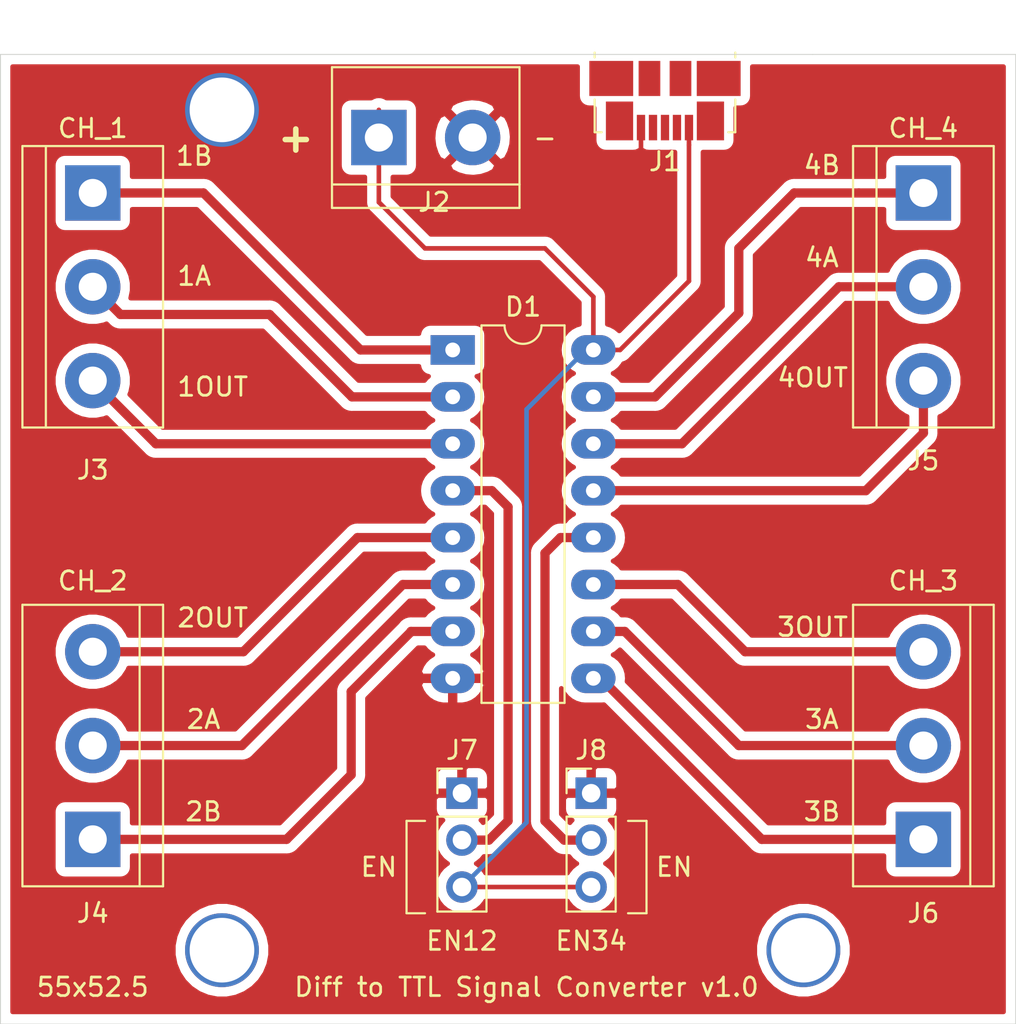
<source format=kicad_pcb>
(kicad_pcb (version 20171130) (host pcbnew "(5.1.4-0)")

  (general
    (thickness 1.6)
    (drawings 35)
    (tracks 73)
    (zones 0)
    (modules 9)
    (nets 21)
  )

  (page A4)
  (layers
    (0 F.Cu signal)
    (31 B.Cu signal)
    (32 B.Adhes user)
    (33 F.Adhes user)
    (34 B.Paste user)
    (35 F.Paste user)
    (36 B.SilkS user)
    (37 F.SilkS user)
    (38 B.Mask user)
    (39 F.Mask user)
    (40 Dwgs.User user)
    (41 Cmts.User user)
    (42 Eco1.User user)
    (43 Eco2.User user)
    (44 Edge.Cuts user)
    (45 Margin user)
    (46 B.CrtYd user)
    (47 F.CrtYd user)
    (48 B.Fab user)
    (49 F.Fab user)
  )

  (setup
    (last_trace_width 0.25)
    (trace_clearance 0.2)
    (zone_clearance 0.508)
    (zone_45_only no)
    (trace_min 0.2)
    (via_size 0.8)
    (via_drill 0.4)
    (via_min_size 0.4)
    (via_min_drill 0.3)
    (uvia_size 0.3)
    (uvia_drill 0.1)
    (uvias_allowed no)
    (uvia_min_size 0.2)
    (uvia_min_drill 0.1)
    (edge_width 0.05)
    (segment_width 0.2)
    (pcb_text_width 0.3)
    (pcb_text_size 1.5 1.5)
    (mod_edge_width 0.12)
    (mod_text_size 1 1)
    (mod_text_width 0.15)
    (pad_size 1.524 1.524)
    (pad_drill 0.762)
    (pad_to_mask_clearance 0.051)
    (solder_mask_min_width 0.25)
    (aux_axis_origin 0 0)
    (visible_elements FFFFFF7F)
    (pcbplotparams
      (layerselection 0x010fc_ffffffff)
      (usegerberextensions false)
      (usegerberattributes false)
      (usegerberadvancedattributes false)
      (creategerberjobfile false)
      (excludeedgelayer true)
      (linewidth 0.100000)
      (plotframeref false)
      (viasonmask false)
      (mode 1)
      (useauxorigin false)
      (hpglpennumber 1)
      (hpglpenspeed 20)
      (hpglpendiameter 15.000000)
      (psnegative false)
      (psa4output false)
      (plotreference true)
      (plotvalue true)
      (plotinvisibletext false)
      (padsonsilk false)
      (subtractmaskfromsilk false)
      (outputformat 1)
      (mirror false)
      (drillshape 0)
      (scaleselection 1)
      (outputdirectory "gerber/"))
  )

  (net 0 "")
  (net 1 "Net-(D1-Pad16)")
  (net 2 "Net-(D1-Pad8)")
  (net 3 "Net-(D1-Pad15)")
  (net 4 "Net-(D1-Pad7)")
  (net 5 "Net-(D1-Pad14)")
  (net 6 "Net-(D1-Pad6)")
  (net 7 "Net-(D1-Pad13)")
  (net 8 "Net-(D1-Pad5)")
  (net 9 "Net-(D1-Pad12)")
  (net 10 "Net-(D1-Pad4)")
  (net 11 "Net-(D1-Pad11)")
  (net 12 "Net-(D1-Pad3)")
  (net 13 "Net-(D1-Pad10)")
  (net 14 "Net-(D1-Pad2)")
  (net 15 "Net-(D1-Pad9)")
  (net 16 "Net-(D1-Pad1)")
  (net 17 "Net-(J1-Pad6)")
  (net 18 "Net-(J1-Pad4)")
  (net 19 "Net-(J1-Pad3)")
  (net 20 "Net-(J1-Pad2)")

  (net_class Default "Это класс цепей по умолчанию."
    (clearance 0.2)
    (trace_width 0.25)
    (via_dia 0.8)
    (via_drill 0.4)
    (uvia_dia 0.3)
    (uvia_drill 0.1)
    (add_net "Net-(D1-Pad16)")
    (add_net "Net-(D1-Pad8)")
  )

  (net_class Power ""
    (clearance 0.5)
    (trace_width 1)
    (via_dia 2)
    (via_drill 1)
    (uvia_dia 0.3)
    (uvia_drill 0.1)
  )

  (net_class Signal ""
    (clearance 0.2)
    (trace_width 0.5)
    (via_dia 1)
    (via_drill 0.5)
    (uvia_dia 0.3)
    (uvia_drill 0.1)
    (add_net "Net-(D1-Pad1)")
    (add_net "Net-(D1-Pad10)")
    (add_net "Net-(D1-Pad11)")
    (add_net "Net-(D1-Pad12)")
    (add_net "Net-(D1-Pad13)")
    (add_net "Net-(D1-Pad14)")
    (add_net "Net-(D1-Pad15)")
    (add_net "Net-(D1-Pad2)")
    (add_net "Net-(D1-Pad3)")
    (add_net "Net-(D1-Pad4)")
    (add_net "Net-(D1-Pad5)")
    (add_net "Net-(D1-Pad6)")
    (add_net "Net-(D1-Pad7)")
    (add_net "Net-(D1-Pad9)")
    (add_net "Net-(J1-Pad2)")
    (add_net "Net-(J1-Pad3)")
    (add_net "Net-(J1-Pad4)")
    (add_net "Net-(J1-Pad6)")
  )

  (module Connector_PinHeader_2.54mm:PinHeader_1x03_P2.54mm_Vertical (layer F.Cu) (tedit 59FED5CC) (tstamp 5E5D1DD7)
    (at 122 82.5)
    (descr "Through hole straight pin header, 1x03, 2.54mm pitch, single row")
    (tags "Through hole pin header THT 1x03 2.54mm single row")
    (path /5E5E9BF5)
    (fp_text reference J8 (at 0 -2.33) (layer F.SilkS)
      (effects (font (size 1 1) (thickness 0.15)))
    )
    (fp_text value 34EN (at 0 7.41) (layer F.Fab)
      (effects (font (size 1 1) (thickness 0.15)))
    )
    (fp_text user %R (at 0 2.54 90) (layer F.Fab)
      (effects (font (size 1 1) (thickness 0.15)))
    )
    (fp_line (start 1.8 -1.8) (end -1.8 -1.8) (layer F.CrtYd) (width 0.05))
    (fp_line (start 1.8 6.85) (end 1.8 -1.8) (layer F.CrtYd) (width 0.05))
    (fp_line (start -1.8 6.85) (end 1.8 6.85) (layer F.CrtYd) (width 0.05))
    (fp_line (start -1.8 -1.8) (end -1.8 6.85) (layer F.CrtYd) (width 0.05))
    (fp_line (start -1.33 -1.33) (end 0 -1.33) (layer F.SilkS) (width 0.12))
    (fp_line (start -1.33 0) (end -1.33 -1.33) (layer F.SilkS) (width 0.12))
    (fp_line (start -1.33 1.27) (end 1.33 1.27) (layer F.SilkS) (width 0.12))
    (fp_line (start 1.33 1.27) (end 1.33 6.41) (layer F.SilkS) (width 0.12))
    (fp_line (start -1.33 1.27) (end -1.33 6.41) (layer F.SilkS) (width 0.12))
    (fp_line (start -1.33 6.41) (end 1.33 6.41) (layer F.SilkS) (width 0.12))
    (fp_line (start -1.27 -0.635) (end -0.635 -1.27) (layer F.Fab) (width 0.1))
    (fp_line (start -1.27 6.35) (end -1.27 -0.635) (layer F.Fab) (width 0.1))
    (fp_line (start 1.27 6.35) (end -1.27 6.35) (layer F.Fab) (width 0.1))
    (fp_line (start 1.27 -1.27) (end 1.27 6.35) (layer F.Fab) (width 0.1))
    (fp_line (start -0.635 -1.27) (end 1.27 -1.27) (layer F.Fab) (width 0.1))
    (pad 3 thru_hole oval (at 0 5.08) (size 1.7 1.7) (drill 1) (layers *.Cu *.Mask)
      (net 1 "Net-(D1-Pad16)"))
    (pad 2 thru_hole oval (at 0 2.54) (size 1.7 1.7) (drill 1) (layers *.Cu *.Mask)
      (net 9 "Net-(D1-Pad12)"))
    (pad 1 thru_hole rect (at 0 0) (size 1.7 1.7) (drill 1) (layers *.Cu *.Mask)
      (net 2 "Net-(D1-Pad8)"))
    (model ${KISYS3DMOD}/Connector_PinHeader_2.54mm.3dshapes/PinHeader_1x03_P2.54mm_Vertical.wrl
      (at (xyz 0 0 0))
      (scale (xyz 1 1 1))
      (rotate (xyz 0 0 0))
    )
  )

  (module Connector_PinHeader_2.54mm:PinHeader_1x03_P2.54mm_Vertical (layer F.Cu) (tedit 59FED5CC) (tstamp 5E5D1DC0)
    (at 115 82.5)
    (descr "Through hole straight pin header, 1x03, 2.54mm pitch, single row")
    (tags "Through hole pin header THT 1x03 2.54mm single row")
    (path /5E5E8B11)
    (fp_text reference J7 (at 0 -2.33) (layer F.SilkS)
      (effects (font (size 1 1) (thickness 0.15)))
    )
    (fp_text value 12EN (at 0 7.41) (layer F.Fab)
      (effects (font (size 1 1) (thickness 0.15)))
    )
    (fp_text user %R (at 0 2.54 90) (layer F.Fab)
      (effects (font (size 1 1) (thickness 0.15)))
    )
    (fp_line (start 1.8 -1.8) (end -1.8 -1.8) (layer F.CrtYd) (width 0.05))
    (fp_line (start 1.8 6.85) (end 1.8 -1.8) (layer F.CrtYd) (width 0.05))
    (fp_line (start -1.8 6.85) (end 1.8 6.85) (layer F.CrtYd) (width 0.05))
    (fp_line (start -1.8 -1.8) (end -1.8 6.85) (layer F.CrtYd) (width 0.05))
    (fp_line (start -1.33 -1.33) (end 0 -1.33) (layer F.SilkS) (width 0.12))
    (fp_line (start -1.33 0) (end -1.33 -1.33) (layer F.SilkS) (width 0.12))
    (fp_line (start -1.33 1.27) (end 1.33 1.27) (layer F.SilkS) (width 0.12))
    (fp_line (start 1.33 1.27) (end 1.33 6.41) (layer F.SilkS) (width 0.12))
    (fp_line (start -1.33 1.27) (end -1.33 6.41) (layer F.SilkS) (width 0.12))
    (fp_line (start -1.33 6.41) (end 1.33 6.41) (layer F.SilkS) (width 0.12))
    (fp_line (start -1.27 -0.635) (end -0.635 -1.27) (layer F.Fab) (width 0.1))
    (fp_line (start -1.27 6.35) (end -1.27 -0.635) (layer F.Fab) (width 0.1))
    (fp_line (start 1.27 6.35) (end -1.27 6.35) (layer F.Fab) (width 0.1))
    (fp_line (start 1.27 -1.27) (end 1.27 6.35) (layer F.Fab) (width 0.1))
    (fp_line (start -0.635 -1.27) (end 1.27 -1.27) (layer F.Fab) (width 0.1))
    (pad 3 thru_hole oval (at 0 5.08) (size 1.7 1.7) (drill 1) (layers *.Cu *.Mask)
      (net 1 "Net-(D1-Pad16)"))
    (pad 2 thru_hole oval (at 0 2.54) (size 1.7 1.7) (drill 1) (layers *.Cu *.Mask)
      (net 10 "Net-(D1-Pad4)"))
    (pad 1 thru_hole rect (at 0 0) (size 1.7 1.7) (drill 1) (layers *.Cu *.Mask)
      (net 2 "Net-(D1-Pad8)"))
    (model ${KISYS3DMOD}/Connector_PinHeader_2.54mm.3dshapes/PinHeader_1x03_P2.54mm_Vertical.wrl
      (at (xyz 0 0 0))
      (scale (xyz 1 1 1))
      (rotate (xyz 0 0 0))
    )
  )

  (module TerminalBlock:TerminalBlock_bornier-3_P5.08mm (layer F.Cu) (tedit 59FF03B9) (tstamp 5E5D1DA9)
    (at 140 85 90)
    (descr "simple 3-pin terminal block, pitch 5.08mm, revamped version of bornier3")
    (tags "terminal block bornier3")
    (path /5E5E0503)
    (fp_text reference J6 (at -4 0 180) (layer F.SilkS)
      (effects (font (size 1 1) (thickness 0.15)))
    )
    (fp_text value CH_4 (at 14.5 0 180) (layer F.Fab)
      (effects (font (size 1 1) (thickness 0.15)))
    )
    (fp_line (start 12.88 4) (end -2.72 4) (layer F.CrtYd) (width 0.05))
    (fp_line (start 12.88 4) (end 12.88 -4) (layer F.CrtYd) (width 0.05))
    (fp_line (start -2.72 -4) (end -2.72 4) (layer F.CrtYd) (width 0.05))
    (fp_line (start -2.72 -4) (end 12.88 -4) (layer F.CrtYd) (width 0.05))
    (fp_line (start -2.54 3.81) (end 12.7 3.81) (layer F.SilkS) (width 0.12))
    (fp_line (start -2.54 -3.81) (end 12.7 -3.81) (layer F.SilkS) (width 0.12))
    (fp_line (start -2.54 2.54) (end 12.7 2.54) (layer F.SilkS) (width 0.12))
    (fp_line (start 12.7 3.81) (end 12.7 -3.81) (layer F.SilkS) (width 0.12))
    (fp_line (start -2.54 3.81) (end -2.54 -3.81) (layer F.SilkS) (width 0.12))
    (fp_line (start -2.47 3.75) (end -2.47 -3.75) (layer F.Fab) (width 0.1))
    (fp_line (start 12.63 3.75) (end -2.47 3.75) (layer F.Fab) (width 0.1))
    (fp_line (start 12.63 -3.75) (end 12.63 3.75) (layer F.Fab) (width 0.1))
    (fp_line (start -2.47 -3.75) (end 12.63 -3.75) (layer F.Fab) (width 0.1))
    (fp_line (start -2.47 2.55) (end 12.63 2.55) (layer F.Fab) (width 0.1))
    (fp_text user %R (at 5.08 0 90) (layer F.Fab)
      (effects (font (size 1 1) (thickness 0.15)))
    )
    (pad 3 thru_hole circle (at 10.16 0 90) (size 3 3) (drill 1.52) (layers *.Cu *.Mask)
      (net 11 "Net-(D1-Pad11)"))
    (pad 2 thru_hole circle (at 5.08 0 90) (size 3 3) (drill 1.52) (layers *.Cu *.Mask)
      (net 13 "Net-(D1-Pad10)"))
    (pad 1 thru_hole rect (at 0 0 90) (size 3 3) (drill 1.52) (layers *.Cu *.Mask)
      (net 15 "Net-(D1-Pad9)"))
    (model ${KISYS3DMOD}/TerminalBlock.3dshapes/TerminalBlock_bornier-3_P5.08mm.wrl
      (offset (xyz 5.079999923706055 0 0))
      (scale (xyz 1 1 1))
      (rotate (xyz 0 0 0))
    )
  )

  (module TerminalBlock:TerminalBlock_bornier-3_P5.08mm (layer F.Cu) (tedit 59FF03B9) (tstamp 5E5D1D93)
    (at 140 50 270)
    (descr "simple 3-pin terminal block, pitch 5.08mm, revamped version of bornier3")
    (tags "terminal block bornier3")
    (path /5E5DF5C9)
    (fp_text reference J5 (at 14.5 0 180) (layer F.SilkS)
      (effects (font (size 1 1) (thickness 0.15)))
    )
    (fp_text value CH_3 (at -4 0 180) (layer F.Fab)
      (effects (font (size 1 1) (thickness 0.15)))
    )
    (fp_line (start 12.88 4) (end -2.72 4) (layer F.CrtYd) (width 0.05))
    (fp_line (start 12.88 4) (end 12.88 -4) (layer F.CrtYd) (width 0.05))
    (fp_line (start -2.72 -4) (end -2.72 4) (layer F.CrtYd) (width 0.05))
    (fp_line (start -2.72 -4) (end 12.88 -4) (layer F.CrtYd) (width 0.05))
    (fp_line (start -2.54 3.81) (end 12.7 3.81) (layer F.SilkS) (width 0.12))
    (fp_line (start -2.54 -3.81) (end 12.7 -3.81) (layer F.SilkS) (width 0.12))
    (fp_line (start -2.54 2.54) (end 12.7 2.54) (layer F.SilkS) (width 0.12))
    (fp_line (start 12.7 3.81) (end 12.7 -3.81) (layer F.SilkS) (width 0.12))
    (fp_line (start -2.54 3.81) (end -2.54 -3.81) (layer F.SilkS) (width 0.12))
    (fp_line (start -2.47 3.75) (end -2.47 -3.75) (layer F.Fab) (width 0.1))
    (fp_line (start 12.63 3.75) (end -2.47 3.75) (layer F.Fab) (width 0.1))
    (fp_line (start 12.63 -3.75) (end 12.63 3.75) (layer F.Fab) (width 0.1))
    (fp_line (start -2.47 -3.75) (end 12.63 -3.75) (layer F.Fab) (width 0.1))
    (fp_line (start -2.47 2.55) (end 12.63 2.55) (layer F.Fab) (width 0.1))
    (fp_text user %R (at 5.08 0 90) (layer F.Fab)
      (effects (font (size 1 1) (thickness 0.15)))
    )
    (pad 3 thru_hole circle (at 10.16 0 270) (size 3 3) (drill 1.52) (layers *.Cu *.Mask)
      (net 7 "Net-(D1-Pad13)"))
    (pad 2 thru_hole circle (at 5.08 0 270) (size 3 3) (drill 1.52) (layers *.Cu *.Mask)
      (net 5 "Net-(D1-Pad14)"))
    (pad 1 thru_hole rect (at 0 0 270) (size 3 3) (drill 1.52) (layers *.Cu *.Mask)
      (net 3 "Net-(D1-Pad15)"))
    (model ${KISYS3DMOD}/TerminalBlock.3dshapes/TerminalBlock_bornier-3_P5.08mm.wrl
      (offset (xyz 5.079999923706055 0 0))
      (scale (xyz 1 1 1))
      (rotate (xyz 0 0 0))
    )
  )

  (module TerminalBlock:TerminalBlock_bornier-3_P5.08mm (layer F.Cu) (tedit 59FF03B9) (tstamp 5E5D1D7D)
    (at 95 85 90)
    (descr "simple 3-pin terminal block, pitch 5.08mm, revamped version of bornier3")
    (tags "terminal block bornier3")
    (path /5E5DE53A)
    (fp_text reference J4 (at -4 0 180) (layer F.SilkS)
      (effects (font (size 1 1) (thickness 0.15)))
    )
    (fp_text value CH_2 (at 14 0 180) (layer F.Fab)
      (effects (font (size 1 1) (thickness 0.15)))
    )
    (fp_line (start 12.88 4) (end -2.72 4) (layer F.CrtYd) (width 0.05))
    (fp_line (start 12.88 4) (end 12.88 -4) (layer F.CrtYd) (width 0.05))
    (fp_line (start -2.72 -4) (end -2.72 4) (layer F.CrtYd) (width 0.05))
    (fp_line (start -2.72 -4) (end 12.88 -4) (layer F.CrtYd) (width 0.05))
    (fp_line (start -2.54 3.81) (end 12.7 3.81) (layer F.SilkS) (width 0.12))
    (fp_line (start -2.54 -3.81) (end 12.7 -3.81) (layer F.SilkS) (width 0.12))
    (fp_line (start -2.54 2.54) (end 12.7 2.54) (layer F.SilkS) (width 0.12))
    (fp_line (start 12.7 3.81) (end 12.7 -3.81) (layer F.SilkS) (width 0.12))
    (fp_line (start -2.54 3.81) (end -2.54 -3.81) (layer F.SilkS) (width 0.12))
    (fp_line (start -2.47 3.75) (end -2.47 -3.75) (layer F.Fab) (width 0.1))
    (fp_line (start 12.63 3.75) (end -2.47 3.75) (layer F.Fab) (width 0.1))
    (fp_line (start 12.63 -3.75) (end 12.63 3.75) (layer F.Fab) (width 0.1))
    (fp_line (start -2.47 -3.75) (end 12.63 -3.75) (layer F.Fab) (width 0.1))
    (fp_line (start -2.47 2.55) (end 12.63 2.55) (layer F.Fab) (width 0.1))
    (fp_text user %R (at 5.08 0 90) (layer F.Fab)
      (effects (font (size 1 1) (thickness 0.15)))
    )
    (pad 3 thru_hole circle (at 10.16 0 90) (size 3 3) (drill 1.52) (layers *.Cu *.Mask)
      (net 8 "Net-(D1-Pad5)"))
    (pad 2 thru_hole circle (at 5.08 0 90) (size 3 3) (drill 1.52) (layers *.Cu *.Mask)
      (net 6 "Net-(D1-Pad6)"))
    (pad 1 thru_hole rect (at 0 0 90) (size 3 3) (drill 1.52) (layers *.Cu *.Mask)
      (net 4 "Net-(D1-Pad7)"))
    (model ${KISYS3DMOD}/TerminalBlock.3dshapes/TerminalBlock_bornier-3_P5.08mm.wrl
      (offset (xyz 5.079999923706055 0 0))
      (scale (xyz 1 1 1))
      (rotate (xyz 0 0 0))
    )
  )

  (module TerminalBlock:TerminalBlock_bornier-3_P5.08mm (layer F.Cu) (tedit 59FF03B9) (tstamp 5E5D1D67)
    (at 95 50 270)
    (descr "simple 3-pin terminal block, pitch 5.08mm, revamped version of bornier3")
    (tags "terminal block bornier3")
    (path /5E5DBD75)
    (fp_text reference J3 (at 15 0 180) (layer F.SilkS)
      (effects (font (size 1 1) (thickness 0.15)))
    )
    (fp_text value CH_1 (at -4 0 180) (layer F.Fab)
      (effects (font (size 1 1) (thickness 0.15)))
    )
    (fp_line (start 12.88 4) (end -2.72 4) (layer F.CrtYd) (width 0.05))
    (fp_line (start 12.88 4) (end 12.88 -4) (layer F.CrtYd) (width 0.05))
    (fp_line (start -2.72 -4) (end -2.72 4) (layer F.CrtYd) (width 0.05))
    (fp_line (start -2.72 -4) (end 12.88 -4) (layer F.CrtYd) (width 0.05))
    (fp_line (start -2.54 3.81) (end 12.7 3.81) (layer F.SilkS) (width 0.12))
    (fp_line (start -2.54 -3.81) (end 12.7 -3.81) (layer F.SilkS) (width 0.12))
    (fp_line (start -2.54 2.54) (end 12.7 2.54) (layer F.SilkS) (width 0.12))
    (fp_line (start 12.7 3.81) (end 12.7 -3.81) (layer F.SilkS) (width 0.12))
    (fp_line (start -2.54 3.81) (end -2.54 -3.81) (layer F.SilkS) (width 0.12))
    (fp_line (start -2.47 3.75) (end -2.47 -3.75) (layer F.Fab) (width 0.1))
    (fp_line (start 12.63 3.75) (end -2.47 3.75) (layer F.Fab) (width 0.1))
    (fp_line (start 12.63 -3.75) (end 12.63 3.75) (layer F.Fab) (width 0.1))
    (fp_line (start -2.47 -3.75) (end 12.63 -3.75) (layer F.Fab) (width 0.1))
    (fp_line (start -2.47 2.55) (end 12.63 2.55) (layer F.Fab) (width 0.1))
    (fp_text user %R (at 5.08 0 90) (layer F.Fab)
      (effects (font (size 1 1) (thickness 0.15)))
    )
    (pad 3 thru_hole circle (at 10.16 0 270) (size 3 3) (drill 1.52) (layers *.Cu *.Mask)
      (net 12 "Net-(D1-Pad3)"))
    (pad 2 thru_hole circle (at 5.08 0 270) (size 3 3) (drill 1.52) (layers *.Cu *.Mask)
      (net 14 "Net-(D1-Pad2)"))
    (pad 1 thru_hole rect (at 0 0 270) (size 3 3) (drill 1.52) (layers *.Cu *.Mask)
      (net 16 "Net-(D1-Pad1)"))
    (model ${KISYS3DMOD}/TerminalBlock.3dshapes/TerminalBlock_bornier-3_P5.08mm.wrl
      (offset (xyz 5.079999923706055 0 0))
      (scale (xyz 1 1 1))
      (rotate (xyz 0 0 0))
    )
  )

  (module TerminalBlock:TerminalBlock_bornier-2_P5.08mm (layer F.Cu) (tedit 59FF03AB) (tstamp 5E5D1D51)
    (at 110.5 47)
    (descr "simple 2-pin terminal block, pitch 5.08mm, revamped version of bornier2")
    (tags "terminal block bornier2")
    (path /5E5E0C0F)
    (fp_text reference J2 (at 3 3.5) (layer F.SilkS)
      (effects (font (size 1 1) (thickness 0.15)))
    )
    (fp_text value Screw_Terminal_01x02 (at 2.54 5.08) (layer F.Fab)
      (effects (font (size 1 1) (thickness 0.15)))
    )
    (fp_line (start 7.79 4) (end -2.71 4) (layer F.CrtYd) (width 0.05))
    (fp_line (start 7.79 4) (end 7.79 -4) (layer F.CrtYd) (width 0.05))
    (fp_line (start -2.71 -4) (end -2.71 4) (layer F.CrtYd) (width 0.05))
    (fp_line (start -2.71 -4) (end 7.79 -4) (layer F.CrtYd) (width 0.05))
    (fp_line (start -2.54 3.81) (end 7.62 3.81) (layer F.SilkS) (width 0.12))
    (fp_line (start -2.54 -3.81) (end -2.54 3.81) (layer F.SilkS) (width 0.12))
    (fp_line (start 7.62 -3.81) (end -2.54 -3.81) (layer F.SilkS) (width 0.12))
    (fp_line (start 7.62 3.81) (end 7.62 -3.81) (layer F.SilkS) (width 0.12))
    (fp_line (start 7.62 2.54) (end -2.54 2.54) (layer F.SilkS) (width 0.12))
    (fp_line (start 7.54 -3.75) (end -2.46 -3.75) (layer F.Fab) (width 0.1))
    (fp_line (start 7.54 3.75) (end 7.54 -3.75) (layer F.Fab) (width 0.1))
    (fp_line (start -2.46 3.75) (end 7.54 3.75) (layer F.Fab) (width 0.1))
    (fp_line (start -2.46 -3.75) (end -2.46 3.75) (layer F.Fab) (width 0.1))
    (fp_line (start -2.41 2.55) (end 7.49 2.55) (layer F.Fab) (width 0.1))
    (fp_text user %R (at 2.54 0) (layer F.Fab)
      (effects (font (size 1 1) (thickness 0.15)))
    )
    (pad 2 thru_hole circle (at 5.08 0) (size 3 3) (drill 1.52) (layers *.Cu *.Mask)
      (net 2 "Net-(D1-Pad8)"))
    (pad 1 thru_hole rect (at 0 0) (size 3 3) (drill 1.52) (layers *.Cu *.Mask)
      (net 1 "Net-(D1-Pad16)"))
    (model ${KISYS3DMOD}/TerminalBlock.3dshapes/TerminalBlock_bornier-2_P5.08mm.wrl
      (offset (xyz 2.539999961853027 0 0))
      (scale (xyz 1 1 1))
      (rotate (xyz 0 0 0))
    )
  )

  (module Connector_USB:USB_Micro-B_Molex_47346-0001 (layer F.Cu) (tedit 5A1DC0BD) (tstamp 5E5D1D3C)
    (at 126 45 180)
    (descr "Micro USB B receptable with flange, bottom-mount, SMD, right-angle (http://www.molex.com/pdm_docs/sd/473460001_sd.pdf)")
    (tags "Micro B USB SMD")
    (path /5E5D8B6D)
    (attr smd)
    (fp_text reference J1 (at 0 -3.3 180) (layer F.SilkS)
      (effects (font (size 1 1) (thickness 0.15)))
    )
    (fp_text value USB_B_Micro (at 0 4.6 180) (layer F.Fab)
      (effects (font (size 1 1) (thickness 0.15)))
    )
    (fp_line (start -3.25 2.65) (end 3.25 2.65) (layer F.Fab) (width 0.1))
    (fp_line (start -3.81 2.6) (end -3.81 2.34) (layer F.SilkS) (width 0.12))
    (fp_line (start -3.81 0.06) (end -3.81 -1.71) (layer F.SilkS) (width 0.12))
    (fp_line (start -3.81 -1.71) (end -3.43 -1.71) (layer F.SilkS) (width 0.12))
    (fp_line (start 3.81 -1.71) (end 3.81 0.06) (layer F.SilkS) (width 0.12))
    (fp_line (start 3.81 2.34) (end 3.81 2.6) (layer F.SilkS) (width 0.12))
    (fp_line (start -3.75 3.35) (end -3.75 -1.65) (layer F.Fab) (width 0.1))
    (fp_line (start -3.75 -1.65) (end 3.75 -1.65) (layer F.Fab) (width 0.1))
    (fp_line (start 3.75 -1.65) (end 3.75 3.35) (layer F.Fab) (width 0.1))
    (fp_line (start 3.75 3.35) (end -3.75 3.35) (layer F.Fab) (width 0.1))
    (fp_line (start -4.6 3.9) (end -4.6 -2.7) (layer F.CrtYd) (width 0.05))
    (fp_line (start -4.6 -2.7) (end 4.6 -2.7) (layer F.CrtYd) (width 0.05))
    (fp_line (start 4.6 -2.7) (end 4.6 3.9) (layer F.CrtYd) (width 0.05))
    (fp_line (start 4.6 3.9) (end -4.6 3.9) (layer F.CrtYd) (width 0.05))
    (fp_line (start 3.81 -1.71) (end 3.43 -1.71) (layer F.SilkS) (width 0.12))
    (fp_text user %R (at 0 1.2) (layer F.Fab)
      (effects (font (size 1 1) (thickness 0.15)))
    )
    (fp_text user "PCB Edge" (at 0 2.67 180) (layer Dwgs.User)
      (effects (font (size 0.4 0.4) (thickness 0.04)))
    )
    (pad 6 smd rect (at 0.84 1.2 180) (size 1.175 1.9) (layers F.Cu F.Paste F.Mask)
      (net 17 "Net-(J1-Pad6)"))
    (pad 6 smd rect (at -0.84 1.2 180) (size 1.175 1.9) (layers F.Cu F.Paste F.Mask)
      (net 17 "Net-(J1-Pad6)"))
    (pad 6 smd rect (at 2.91 1.2 180) (size 2.375 1.9) (layers F.Cu F.Paste F.Mask)
      (net 17 "Net-(J1-Pad6)"))
    (pad 6 smd rect (at -2.91 1.2 180) (size 2.375 1.9) (layers F.Cu F.Paste F.Mask)
      (net 17 "Net-(J1-Pad6)"))
    (pad 6 smd rect (at 2.4625 -1.1 180) (size 1.475 2.1) (layers F.Cu F.Paste F.Mask)
      (net 17 "Net-(J1-Pad6)"))
    (pad 6 smd rect (at -2.4625 -1.1 180) (size 1.475 2.1) (layers F.Cu F.Paste F.Mask)
      (net 17 "Net-(J1-Pad6)"))
    (pad 5 smd rect (at 1.3 -1.46 180) (size 0.45 1.38) (layers F.Cu F.Paste F.Mask)
      (net 2 "Net-(D1-Pad8)"))
    (pad 4 smd rect (at 0.65 -1.46 180) (size 0.45 1.38) (layers F.Cu F.Paste F.Mask)
      (net 18 "Net-(J1-Pad4)"))
    (pad 3 smd rect (at 0 -1.46 180) (size 0.45 1.38) (layers F.Cu F.Paste F.Mask)
      (net 19 "Net-(J1-Pad3)"))
    (pad 2 smd rect (at -0.65 -1.46 180) (size 0.45 1.38) (layers F.Cu F.Paste F.Mask)
      (net 20 "Net-(J1-Pad2)"))
    (pad 1 smd rect (at -1.3 -1.46 180) (size 0.45 1.38) (layers F.Cu F.Paste F.Mask)
      (net 1 "Net-(D1-Pad16)"))
    (model ${KISYS3DMOD}/Connector_USB.3dshapes/USB_Micro-B_Molex_47346-0001.wrl
      (at (xyz 0 0 0))
      (scale (xyz 1 1 1))
      (rotate (xyz 0 0 0))
    )
  )

  (module Package_DIP:DIP-16_W7.62mm_LongPads (layer F.Cu) (tedit 5A02E8C5) (tstamp 5E5D18E9)
    (at 114.5 58.5)
    (descr "16-lead though-hole mounted DIP package, row spacing 7.62 mm (300 mils), LongPads")
    (tags "THT DIP DIL PDIP 2.54mm 7.62mm 300mil LongPads")
    (path /5E5D784F)
    (fp_text reference D1 (at 3.81 -2.33) (layer F.SilkS)
      (effects (font (size 1 1) (thickness 0.15)))
    )
    (fp_text value MC3486_DIP (at 3.81 20.11) (layer F.Fab)
      (effects (font (size 1 1) (thickness 0.15)))
    )
    (fp_text user %R (at 3.81 8.89) (layer F.Fab)
      (effects (font (size 1 1) (thickness 0.15)))
    )
    (fp_line (start 9.1 -1.55) (end -1.45 -1.55) (layer F.CrtYd) (width 0.05))
    (fp_line (start 9.1 19.3) (end 9.1 -1.55) (layer F.CrtYd) (width 0.05))
    (fp_line (start -1.45 19.3) (end 9.1 19.3) (layer F.CrtYd) (width 0.05))
    (fp_line (start -1.45 -1.55) (end -1.45 19.3) (layer F.CrtYd) (width 0.05))
    (fp_line (start 6.06 -1.33) (end 4.81 -1.33) (layer F.SilkS) (width 0.12))
    (fp_line (start 6.06 19.11) (end 6.06 -1.33) (layer F.SilkS) (width 0.12))
    (fp_line (start 1.56 19.11) (end 6.06 19.11) (layer F.SilkS) (width 0.12))
    (fp_line (start 1.56 -1.33) (end 1.56 19.11) (layer F.SilkS) (width 0.12))
    (fp_line (start 2.81 -1.33) (end 1.56 -1.33) (layer F.SilkS) (width 0.12))
    (fp_line (start 0.635 -0.27) (end 1.635 -1.27) (layer F.Fab) (width 0.1))
    (fp_line (start 0.635 19.05) (end 0.635 -0.27) (layer F.Fab) (width 0.1))
    (fp_line (start 6.985 19.05) (end 0.635 19.05) (layer F.Fab) (width 0.1))
    (fp_line (start 6.985 -1.27) (end 6.985 19.05) (layer F.Fab) (width 0.1))
    (fp_line (start 1.635 -1.27) (end 6.985 -1.27) (layer F.Fab) (width 0.1))
    (fp_arc (start 3.81 -1.33) (end 2.81 -1.33) (angle -180) (layer F.SilkS) (width 0.12))
    (pad 16 thru_hole oval (at 7.62 0) (size 2.4 1.6) (drill 0.8) (layers *.Cu *.Mask)
      (net 1 "Net-(D1-Pad16)"))
    (pad 8 thru_hole oval (at 0 17.78) (size 2.4 1.6) (drill 0.8) (layers *.Cu *.Mask)
      (net 2 "Net-(D1-Pad8)"))
    (pad 15 thru_hole oval (at 7.62 2.54) (size 2.4 1.6) (drill 0.8) (layers *.Cu *.Mask)
      (net 3 "Net-(D1-Pad15)"))
    (pad 7 thru_hole oval (at 0 15.24) (size 2.4 1.6) (drill 0.8) (layers *.Cu *.Mask)
      (net 4 "Net-(D1-Pad7)"))
    (pad 14 thru_hole oval (at 7.62 5.08) (size 2.4 1.6) (drill 0.8) (layers *.Cu *.Mask)
      (net 5 "Net-(D1-Pad14)"))
    (pad 6 thru_hole oval (at 0 12.7) (size 2.4 1.6) (drill 0.8) (layers *.Cu *.Mask)
      (net 6 "Net-(D1-Pad6)"))
    (pad 13 thru_hole oval (at 7.62 7.62) (size 2.4 1.6) (drill 0.8) (layers *.Cu *.Mask)
      (net 7 "Net-(D1-Pad13)"))
    (pad 5 thru_hole oval (at 0 10.16) (size 2.4 1.6) (drill 0.8) (layers *.Cu *.Mask)
      (net 8 "Net-(D1-Pad5)"))
    (pad 12 thru_hole oval (at 7.62 10.16) (size 2.4 1.6) (drill 0.8) (layers *.Cu *.Mask)
      (net 9 "Net-(D1-Pad12)"))
    (pad 4 thru_hole oval (at 0 7.62) (size 2.4 1.6) (drill 0.8) (layers *.Cu *.Mask)
      (net 10 "Net-(D1-Pad4)"))
    (pad 11 thru_hole oval (at 7.62 12.7) (size 2.4 1.6) (drill 0.8) (layers *.Cu *.Mask)
      (net 11 "Net-(D1-Pad11)"))
    (pad 3 thru_hole oval (at 0 5.08) (size 2.4 1.6) (drill 0.8) (layers *.Cu *.Mask)
      (net 12 "Net-(D1-Pad3)"))
    (pad 10 thru_hole oval (at 7.62 15.24) (size 2.4 1.6) (drill 0.8) (layers *.Cu *.Mask)
      (net 13 "Net-(D1-Pad10)"))
    (pad 2 thru_hole oval (at 0 2.54) (size 2.4 1.6) (drill 0.8) (layers *.Cu *.Mask)
      (net 14 "Net-(D1-Pad2)"))
    (pad 9 thru_hole oval (at 7.62 17.78) (size 2.4 1.6) (drill 0.8) (layers *.Cu *.Mask)
      (net 15 "Net-(D1-Pad9)"))
    (pad 1 thru_hole rect (at 0 0) (size 2.4 1.6) (drill 0.8) (layers *.Cu *.Mask)
      (net 16 "Net-(D1-Pad1)"))
    (model ${KISYS3DMOD}/Package_DIP.3dshapes/DIP-16_W7.62mm.wrl
      (at (xyz 0 0 0))
      (scale (xyz 1 1 1))
      (rotate (xyz 0 0 0))
    )
  )

  (gr_text 55х52.5 (at 95 93) (layer F.SilkS)
    (effects (font (size 1 1) (thickness 0.15)))
  )
  (gr_text 4OUT (at 134 60) (layer F.SilkS)
    (effects (font (size 1 1) (thickness 0.15)))
  )
  (gr_text 4A (at 134.5 53.5) (layer F.SilkS)
    (effects (font (size 1 1) (thickness 0.15)))
  )
  (gr_text 4B (at 134.5 48.5) (layer F.SilkS)
    (effects (font (size 1 1) (thickness 0.15)))
  )
  (gr_text 3OUT (at 134 73.5) (layer F.SilkS)
    (effects (font (size 1 1) (thickness 0.15)))
  )
  (gr_text 3A (at 134.5 78.5) (layer F.SilkS)
    (effects (font (size 1 1) (thickness 0.15)))
  )
  (gr_text 3B (at 134.5 83.5) (layer F.SilkS)
    (effects (font (size 1 1) (thickness 0.15)))
  )
  (gr_text 2OUT (at 101.5 73) (layer F.SilkS)
    (effects (font (size 1 1) (thickness 0.15)))
  )
  (gr_text 2A (at 101 78.5) (layer F.SilkS)
    (effects (font (size 1 1) (thickness 0.15)))
  )
  (gr_text 2B (at 101 83.5) (layer F.SilkS)
    (effects (font (size 1 1) (thickness 0.15)))
  )
  (gr_text 1OUT (at 101.5 60.5) (layer F.SilkS)
    (effects (font (size 1 1) (thickness 0.15)))
  )
  (gr_text 1B (at 100.5 48) (layer F.SilkS)
    (effects (font (size 1 1) (thickness 0.15)))
  )
  (gr_text 1A (at 100.5 54.5) (layer F.SilkS)
    (effects (font (size 1 1) (thickness 0.15)))
  )
  (gr_text "Diff to TTL Signal Converter v1.0" (at 118.5 93) (layer F.SilkS)
    (effects (font (size 1 1) (thickness 0.15)))
  )
  (gr_text EN (at 126.5 86.5) (layer F.SilkS)
    (effects (font (size 1 1) (thickness 0.15)))
  )
  (gr_text EN (at 110.5 86.5) (layer F.SilkS)
    (effects (font (size 1 1) (thickness 0.15)))
  )
  (gr_line (start 125 89) (end 124 89) (layer F.SilkS) (width 0.12))
  (gr_line (start 125 84) (end 125 89) (layer F.SilkS) (width 0.12))
  (gr_line (start 124 84) (end 125 84) (layer F.SilkS) (width 0.12))
  (gr_line (start 112 89) (end 113 89) (layer F.SilkS) (width 0.12))
  (gr_line (start 112 84) (end 112 89) (layer F.SilkS) (width 0.12))
  (gr_line (start 113 84) (end 112 84) (layer F.SilkS) (width 0.12))
  (gr_text EN34 (at 122 90.5) (layer F.SilkS)
    (effects (font (size 1 1) (thickness 0.15)))
  )
  (gr_text EN12 (at 115 90.5) (layer F.SilkS)
    (effects (font (size 1 1) (thickness 0.15)))
  )
  (gr_text CH_3 (at 140 71) (layer F.SilkS)
    (effects (font (size 1 1) (thickness 0.15)))
  )
  (gr_text CH_4 (at 140 46.5) (layer F.SilkS)
    (effects (font (size 1 1) (thickness 0.15)))
  )
  (gr_text CH_2 (at 95 71) (layer F.SilkS)
    (effects (font (size 1 1) (thickness 0.15)))
  )
  (gr_text CH_1 (at 95 46.5) (layer F.SilkS)
    (effects (font (size 1 1) (thickness 0.15)))
  )
  (gr_text - (at 119.5 47) (layer F.SilkS)
    (effects (font (size 1 1) (thickness 0.15)))
  )
  (gr_text + (at 106 47) (layer F.SilkS)
    (effects (font (size 1.5 1.5) (thickness 0.3)))
  )
  (gr_line (start 145 42.5) (end 134 42.5) (layer Edge.Cuts) (width 0.05) (tstamp 5E5D23DD))
  (gr_line (start 145 95) (end 145 42.5) (layer Edge.Cuts) (width 0.05))
  (gr_line (start 90 95) (end 145 95) (layer Edge.Cuts) (width 0.05))
  (gr_line (start 90 42.5) (end 90 95) (layer Edge.Cuts) (width 0.05))
  (gr_line (start 134 42.5) (end 90 42.5) (layer Edge.Cuts) (width 0.05))

  (via (at 102 91) (size 4) (drill 3.5) (layers F.Cu B.Cu) (net 0) (tstamp 5E5D27A7))
  (via (at 133.5 91) (size 4) (drill 3.5) (layers F.Cu B.Cu) (net 0) (tstamp 5E5D27A7))
  (segment (start 127.3 47.4) (end 127.3 46.46) (width 0.25) (layer F.Cu) (net 1))
  (segment (start 127.3 54.77) (end 127.3 47.4) (width 0.25) (layer F.Cu) (net 1))
  (segment (start 123.57 58.5) (end 127.3 54.77) (width 0.25) (layer F.Cu) (net 1))
  (segment (start 122.12 58.5) (end 123.57 58.5) (width 0.25) (layer F.Cu) (net 1))
  (segment (start 110.5 45.5) (end 110.5 47.25) (width 0.25) (layer F.Cu) (net 1))
  (segment (start 115 87.58) (end 122 87.58) (width 0.25) (layer F.Cu) (net 1))
  (segment (start 110.5 50.5) (end 110.5 47) (width 0.25) (layer F.Cu) (net 1))
  (segment (start 119.5 53) (end 113 53) (width 0.25) (layer F.Cu) (net 1))
  (segment (start 122.12 55.62) (end 119.5 53) (width 0.25) (layer F.Cu) (net 1))
  (segment (start 113 53) (end 110.5 50.5) (width 0.25) (layer F.Cu) (net 1))
  (segment (start 122.12 58.5) (end 122.12 55.62) (width 0.25) (layer F.Cu) (net 1))
  (segment (start 121.72 58.5) (end 118.5 61.72) (width 0.25) (layer B.Cu) (net 1))
  (segment (start 122.12 58.5) (end 121.72 58.5) (width 0.25) (layer B.Cu) (net 1))
  (segment (start 118.5 84.08) (end 115 87.58) (width 0.25) (layer B.Cu) (net 1))
  (segment (start 118.5 61.72) (end 118.5 84.08) (width 0.25) (layer B.Cu) (net 1))
  (segment (start 124.7 46.46) (end 124.7 47.8) (width 0.25) (layer F.Cu) (net 2))
  (segment (start 124.7 47.8) (end 124.5 48) (width 0.25) (layer F.Cu) (net 2))
  (via (at 102 45.5) (size 4) (drill 3.5) (layers F.Cu B.Cu) (net 2))
  (segment (start 133 50) (end 136.5 50) (width 0.5) (layer F.Cu) (net 3))
  (segment (start 136.5 50) (end 140 50) (width 0.5) (layer F.Cu) (net 3))
  (segment (start 130 53) (end 133 50) (width 0.5) (layer F.Cu) (net 3))
  (segment (start 130 56.5) (end 130 53) (width 0.5) (layer F.Cu) (net 3))
  (segment (start 125.46 61.04) (end 130 56.5) (width 0.5) (layer F.Cu) (net 3))
  (segment (start 122.12 61.04) (end 125.46 61.04) (width 0.5) (layer F.Cu) (net 3))
  (segment (start 105.5 85) (end 109 81.5) (width 0.5) (layer F.Cu) (net 4))
  (segment (start 95 85) (end 105.5 85) (width 0.5) (layer F.Cu) (net 4))
  (segment (start 112.24 73.76) (end 109 77) (width 0.5) (layer F.Cu) (net 4))
  (segment (start 112.24 73.74) (end 112.24 73.76) (width 0.5) (layer F.Cu) (net 4))
  (segment (start 109 81.5) (end 109 77) (width 0.5) (layer F.Cu) (net 4))
  (segment (start 112.24 73.74) (end 114.5 73.74) (width 0.5) (layer F.Cu) (net 4))
  (segment (start 135.42 55.08) (end 140 55.08) (width 0.5) (layer F.Cu) (net 5))
  (segment (start 126.92 63.58) (end 135.42 55.08) (width 0.5) (layer F.Cu) (net 5))
  (segment (start 122.12 63.58) (end 126.92 63.58) (width 0.5) (layer F.Cu) (net 5))
  (segment (start 103.08 79.92) (end 106 77) (width 0.5) (layer F.Cu) (net 6))
  (segment (start 95 79.92) (end 103.08 79.92) (width 0.5) (layer F.Cu) (net 6))
  (segment (start 106 77) (end 111.8 71.2) (width 0.5) (layer F.Cu) (net 6))
  (segment (start 111.8 71.2) (end 114.5 71.2) (width 0.5) (layer F.Cu) (net 6))
  (segment (start 122.12 66.12) (end 136.88 66.12) (width 0.5) (layer F.Cu) (net 7))
  (segment (start 136.88 66.12) (end 140 63) (width 0.5) (layer F.Cu) (net 7))
  (segment (start 140 63) (end 140 60.16) (width 0.5) (layer F.Cu) (net 7))
  (segment (start 109.34 68.66) (end 114.5 68.66) (width 0.5) (layer F.Cu) (net 8))
  (segment (start 103.16 74.84) (end 109.34 68.66) (width 0.5) (layer F.Cu) (net 8))
  (segment (start 95 74.84) (end 103.16 74.84) (width 0.5) (layer F.Cu) (net 8))
  (segment (start 122 85.04) (end 120.54 85.04) (width 0.5) (layer F.Cu) (net 9))
  (segment (start 120.54 85.04) (end 119.5 84) (width 0.5) (layer F.Cu) (net 9))
  (segment (start 119.5 84) (end 119.5 69.5) (width 0.5) (layer F.Cu) (net 9))
  (segment (start 120.34 68.66) (end 122.12 68.66) (width 0.5) (layer F.Cu) (net 9))
  (segment (start 119.5 69.5) (end 120.34 68.66) (width 0.5) (layer F.Cu) (net 9))
  (segment (start 115 85.04) (end 116.46 85.04) (width 0.5) (layer F.Cu) (net 10))
  (segment (start 116.46 85.04) (end 117.5 84) (width 0.5) (layer F.Cu) (net 10))
  (segment (start 117.5 84) (end 117.5 67) (width 0.5) (layer F.Cu) (net 10))
  (segment (start 116.62 66.12) (end 114.5 66.12) (width 0.5) (layer F.Cu) (net 10))
  (segment (start 117.5 67) (end 116.62 66.12) (width 0.5) (layer F.Cu) (net 10))
  (segment (start 126.7 71.2) (end 130.34 74.84) (width 0.5) (layer F.Cu) (net 11))
  (segment (start 130.34 74.84) (end 140 74.84) (width 0.5) (layer F.Cu) (net 11))
  (segment (start 122.12 71.2) (end 126.7 71.2) (width 0.5) (layer F.Cu) (net 11))
  (segment (start 98.42 63.58) (end 114.5 63.58) (width 0.5) (layer F.Cu) (net 12))
  (segment (start 95 60.16) (end 98.42 63.58) (width 0.5) (layer F.Cu) (net 12))
  (segment (start 123.82 73.74) (end 130 79.92) (width 0.5) (layer F.Cu) (net 13))
  (segment (start 130 79.92) (end 140 79.92) (width 0.5) (layer F.Cu) (net 13))
  (segment (start 122.12 73.74) (end 123.82 73.74) (width 0.5) (layer F.Cu) (net 13))
  (segment (start 96.499999 56.579999) (end 104.579999 56.579999) (width 0.5) (layer F.Cu) (net 14))
  (segment (start 95 55.08) (end 96.499999 56.579999) (width 0.5) (layer F.Cu) (net 14))
  (segment (start 109.04 61.04) (end 114.5 61.04) (width 0.5) (layer F.Cu) (net 14))
  (segment (start 104.579999 56.579999) (end 109.04 61.04) (width 0.5) (layer F.Cu) (net 14))
  (segment (start 122.52 76.28) (end 131.24 85) (width 0.5) (layer F.Cu) (net 15))
  (segment (start 122.12 76.28) (end 122.52 76.28) (width 0.5) (layer F.Cu) (net 15))
  (segment (start 131.24 85) (end 140 85) (width 0.5) (layer F.Cu) (net 15))
  (segment (start 95 50) (end 101 50) (width 0.5) (layer F.Cu) (net 16))
  (segment (start 109.5 58.5) (end 114.5 58.5) (width 0.5) (layer F.Cu) (net 16))
  (segment (start 101 50) (end 109.5 58.5) (width 0.5) (layer F.Cu) (net 16))

  (zone (net 2) (net_name "Net-(D1-Pad8)") (layer F.Cu) (tstamp 0) (hatch edge 0.508)
    (connect_pads (clearance 0.508))
    (min_thickness 0.254)
    (fill yes (arc_segments 32) (thermal_gap 0.508) (thermal_bridge_width 0.508))
    (polygon
      (pts
        (xy 90.5 43) (xy 144.5 43) (xy 144.5 94.5) (xy 90.5 94.5)
      )
    )
    (filled_polygon
      (pts
        (xy 121.264428 44.75) (xy 121.276688 44.874482) (xy 121.312998 44.99418) (xy 121.371963 45.104494) (xy 121.451315 45.201185)
        (xy 121.548006 45.280537) (xy 121.65832 45.339502) (xy 121.778018 45.375812) (xy 121.9025 45.388072) (xy 122.161928 45.388072)
        (xy 122.161928 47.15) (xy 122.174188 47.274482) (xy 122.210498 47.39418) (xy 122.269463 47.504494) (xy 122.348815 47.601185)
        (xy 122.445506 47.680537) (xy 122.55582 47.739502) (xy 122.675518 47.775812) (xy 122.8 47.788072) (xy 124.275 47.788072)
        (xy 124.378334 47.777895) (xy 124.44325 47.785) (xy 124.475497 47.752753) (xy 124.51918 47.739502) (xy 124.629494 47.680537)
        (xy 124.7 47.622674) (xy 124.770506 47.680537) (xy 124.88082 47.739502) (xy 124.924503 47.752753) (xy 124.95675 47.785)
        (xy 125.021666 47.777895) (xy 125.125 47.788072) (xy 125.575 47.788072) (xy 125.675 47.778223) (xy 125.775 47.788072)
        (xy 126.225 47.788072) (xy 126.325 47.778223) (xy 126.425 47.788072) (xy 126.540001 47.788072) (xy 126.54 54.455198)
        (xy 123.525986 57.469213) (xy 123.321101 57.301068) (xy 123.071808 57.167818) (xy 122.88 57.109634) (xy 122.88 55.657333)
        (xy 122.883677 55.62) (xy 122.869003 55.471014) (xy 122.825546 55.327753) (xy 122.754974 55.195724) (xy 122.683799 55.108997)
        (xy 122.660001 55.079999) (xy 122.631003 55.056201) (xy 120.063804 52.489003) (xy 120.040001 52.459999) (xy 119.924276 52.365026)
        (xy 119.792247 52.294454) (xy 119.648986 52.250997) (xy 119.537333 52.24) (xy 119.537322 52.24) (xy 119.5 52.236324)
        (xy 119.462678 52.24) (xy 113.314802 52.24) (xy 111.26 50.185199) (xy 111.26 49.138072) (xy 112 49.138072)
        (xy 112.124482 49.125812) (xy 112.24418 49.089502) (xy 112.354494 49.030537) (xy 112.451185 48.951185) (xy 112.530537 48.854494)
        (xy 112.589502 48.74418) (xy 112.625812 48.624482) (xy 112.638072 48.5) (xy 112.638072 48.491653) (xy 114.267952 48.491653)
        (xy 114.423962 48.807214) (xy 114.798745 48.99802) (xy 115.203551 49.112044) (xy 115.622824 49.144902) (xy 116.040451 49.095334)
        (xy 116.440383 48.965243) (xy 116.736038 48.807214) (xy 116.892048 48.491653) (xy 115.58 47.179605) (xy 114.267952 48.491653)
        (xy 112.638072 48.491653) (xy 112.638072 47.042824) (xy 113.435098 47.042824) (xy 113.484666 47.460451) (xy 113.614757 47.860383)
        (xy 113.772786 48.156038) (xy 114.088347 48.312048) (xy 115.400395 47) (xy 115.759605 47) (xy 117.071653 48.312048)
        (xy 117.387214 48.156038) (xy 117.57802 47.781255) (xy 117.692044 47.376449) (xy 117.724902 46.957176) (xy 117.675334 46.539549)
        (xy 117.545243 46.139617) (xy 117.387214 45.843962) (xy 117.071653 45.687952) (xy 115.759605 47) (xy 115.400395 47)
        (xy 114.088347 45.687952) (xy 113.772786 45.843962) (xy 113.58198 46.218745) (xy 113.467956 46.623551) (xy 113.435098 47.042824)
        (xy 112.638072 47.042824) (xy 112.638072 45.508347) (xy 114.267952 45.508347) (xy 115.58 46.820395) (xy 116.892048 45.508347)
        (xy 116.736038 45.192786) (xy 116.361255 45.00198) (xy 115.956449 44.887956) (xy 115.537176 44.855098) (xy 115.119549 44.904666)
        (xy 114.719617 45.034757) (xy 114.423962 45.192786) (xy 114.267952 45.508347) (xy 112.638072 45.508347) (xy 112.638072 45.5)
        (xy 112.625812 45.375518) (xy 112.589502 45.25582) (xy 112.530537 45.145506) (xy 112.451185 45.048815) (xy 112.354494 44.969463)
        (xy 112.24418 44.910498) (xy 112.124482 44.874188) (xy 112 44.861928) (xy 110.918479 44.861928) (xy 110.792246 44.794454)
        (xy 110.648985 44.750997) (xy 110.5 44.736323) (xy 110.351014 44.750997) (xy 110.207753 44.794454) (xy 110.08152 44.861928)
        (xy 109 44.861928) (xy 108.875518 44.874188) (xy 108.75582 44.910498) (xy 108.645506 44.969463) (xy 108.548815 45.048815)
        (xy 108.469463 45.145506) (xy 108.410498 45.25582) (xy 108.374188 45.375518) (xy 108.361928 45.5) (xy 108.361928 48.5)
        (xy 108.374188 48.624482) (xy 108.410498 48.74418) (xy 108.469463 48.854494) (xy 108.548815 48.951185) (xy 108.645506 49.030537)
        (xy 108.75582 49.089502) (xy 108.875518 49.125812) (xy 109 49.138072) (xy 109.74 49.138072) (xy 109.74 50.462677)
        (xy 109.736324 50.5) (xy 109.74 50.537322) (xy 109.74 50.537332) (xy 109.750997 50.648985) (xy 109.778427 50.739411)
        (xy 109.794454 50.792246) (xy 109.865026 50.924276) (xy 109.904871 50.972826) (xy 109.959999 51.040001) (xy 109.989003 51.063804)
        (xy 112.4362 53.511002) (xy 112.459999 53.540001) (xy 112.488997 53.563799) (xy 112.575723 53.634974) (xy 112.707753 53.705546)
        (xy 112.851014 53.749003) (xy 112.962667 53.76) (xy 112.962677 53.76) (xy 113 53.763676) (xy 113.037323 53.76)
        (xy 119.185199 53.76) (xy 121.360001 55.934803) (xy 121.36 57.109634) (xy 121.168192 57.167818) (xy 120.918899 57.301068)
        (xy 120.700392 57.480392) (xy 120.521068 57.698899) (xy 120.387818 57.948192) (xy 120.305764 58.218691) (xy 120.278057 58.5)
        (xy 120.305764 58.781309) (xy 120.387818 59.051808) (xy 120.521068 59.301101) (xy 120.700392 59.519608) (xy 120.918899 59.698932)
        (xy 121.051858 59.77) (xy 120.918899 59.841068) (xy 120.700392 60.020392) (xy 120.521068 60.238899) (xy 120.387818 60.488192)
        (xy 120.305764 60.758691) (xy 120.278057 61.04) (xy 120.305764 61.321309) (xy 120.387818 61.591808) (xy 120.521068 61.841101)
        (xy 120.700392 62.059608) (xy 120.918899 62.238932) (xy 121.051858 62.31) (xy 120.918899 62.381068) (xy 120.700392 62.560392)
        (xy 120.521068 62.778899) (xy 120.387818 63.028192) (xy 120.305764 63.298691) (xy 120.278057 63.58) (xy 120.305764 63.861309)
        (xy 120.387818 64.131808) (xy 120.521068 64.381101) (xy 120.700392 64.599608) (xy 120.918899 64.778932) (xy 121.051858 64.85)
        (xy 120.918899 64.921068) (xy 120.700392 65.100392) (xy 120.521068 65.318899) (xy 120.387818 65.568192) (xy 120.305764 65.838691)
        (xy 120.278057 66.12) (xy 120.305764 66.401309) (xy 120.387818 66.671808) (xy 120.521068 66.921101) (xy 120.700392 67.139608)
        (xy 120.918899 67.318932) (xy 121.051858 67.39) (xy 120.918899 67.461068) (xy 120.700392 67.640392) (xy 120.589922 67.775)
        (xy 120.383465 67.775) (xy 120.339999 67.770719) (xy 120.296533 67.775) (xy 120.296523 67.775) (xy 120.16651 67.787805)
        (xy 119.999687 67.838411) (xy 119.845941 67.920589) (xy 119.845939 67.92059) (xy 119.84594 67.92059) (xy 119.744953 68.003468)
        (xy 119.744951 68.00347) (xy 119.711183 68.031183) (xy 119.68347 68.064951) (xy 118.904951 68.843471) (xy 118.871184 68.871183)
        (xy 118.843471 68.904951) (xy 118.843468 68.904954) (xy 118.76059 69.005941) (xy 118.678412 69.159687) (xy 118.627805 69.32651)
        (xy 118.610719 69.5) (xy 118.615001 69.543479) (xy 118.615 83.956531) (xy 118.610719 84) (xy 118.615 84.043469)
        (xy 118.615 84.043476) (xy 118.623306 84.127805) (xy 118.627805 84.17349) (xy 118.629298 84.178411) (xy 118.678411 84.340312)
        (xy 118.760589 84.494058) (xy 118.871183 84.628817) (xy 118.904956 84.656534) (xy 119.88347 85.635049) (xy 119.911183 85.668817)
        (xy 119.944951 85.69653) (xy 119.944953 85.696532) (xy 119.9972 85.73941) (xy 120.045941 85.779411) (xy 120.199687 85.861589)
        (xy 120.36651 85.912195) (xy 120.496523 85.925) (xy 120.496533 85.925) (xy 120.539999 85.929281) (xy 120.583465 85.925)
        (xy 120.805241 85.925) (xy 120.944866 86.095134) (xy 121.170986 86.280706) (xy 121.225791 86.31) (xy 121.170986 86.339294)
        (xy 120.944866 86.524866) (xy 120.759294 86.750986) (xy 120.722405 86.82) (xy 116.277595 86.82) (xy 116.240706 86.750986)
        (xy 116.055134 86.524866) (xy 115.829014 86.339294) (xy 115.774209 86.31) (xy 115.829014 86.280706) (xy 116.055134 86.095134)
        (xy 116.194759 85.925) (xy 116.416531 85.925) (xy 116.46 85.929281) (xy 116.503469 85.925) (xy 116.503477 85.925)
        (xy 116.63349 85.912195) (xy 116.800313 85.861589) (xy 116.954059 85.779411) (xy 117.088817 85.668817) (xy 117.116534 85.635044)
        (xy 118.09505 84.656529) (xy 118.128817 84.628817) (xy 118.156533 84.595046) (xy 118.23941 84.49406) (xy 118.239411 84.494059)
        (xy 118.321589 84.340313) (xy 118.372195 84.17349) (xy 118.385 84.043477) (xy 118.385 84.043467) (xy 118.389281 84.000001)
        (xy 118.385 83.956535) (xy 118.385 67.043469) (xy 118.389281 67) (xy 118.385 66.956531) (xy 118.385 66.956523)
        (xy 118.372195 66.82651) (xy 118.321589 66.659687) (xy 118.239411 66.505941) (xy 118.128817 66.371183) (xy 118.095049 66.34347)
        (xy 117.276532 65.524954) (xy 117.248817 65.491183) (xy 117.114059 65.380589) (xy 116.960313 65.298411) (xy 116.79349 65.247805)
        (xy 116.663477 65.235) (xy 116.663469 65.235) (xy 116.62 65.230719) (xy 116.576531 65.235) (xy 116.030078 65.235)
        (xy 115.919608 65.100392) (xy 115.701101 64.921068) (xy 115.568142 64.85) (xy 115.701101 64.778932) (xy 115.919608 64.599608)
        (xy 116.098932 64.381101) (xy 116.232182 64.131808) (xy 116.314236 63.861309) (xy 116.341943 63.58) (xy 116.314236 63.298691)
        (xy 116.232182 63.028192) (xy 116.098932 62.778899) (xy 115.919608 62.560392) (xy 115.701101 62.381068) (xy 115.568142 62.31)
        (xy 115.701101 62.238932) (xy 115.919608 62.059608) (xy 116.098932 61.841101) (xy 116.232182 61.591808) (xy 116.314236 61.321309)
        (xy 116.341943 61.04) (xy 116.314236 60.758691) (xy 116.232182 60.488192) (xy 116.098932 60.238899) (xy 115.919608 60.020392)
        (xy 115.806518 59.927581) (xy 115.824482 59.925812) (xy 115.94418 59.889502) (xy 116.054494 59.830537) (xy 116.151185 59.751185)
        (xy 116.230537 59.654494) (xy 116.289502 59.54418) (xy 116.325812 59.424482) (xy 116.338072 59.3) (xy 116.338072 57.7)
        (xy 116.325812 57.575518) (xy 116.289502 57.45582) (xy 116.230537 57.345506) (xy 116.151185 57.248815) (xy 116.054494 57.169463)
        (xy 115.94418 57.110498) (xy 115.824482 57.074188) (xy 115.7 57.061928) (xy 113.3 57.061928) (xy 113.175518 57.074188)
        (xy 113.05582 57.110498) (xy 112.945506 57.169463) (xy 112.848815 57.248815) (xy 112.769463 57.345506) (xy 112.710498 57.45582)
        (xy 112.674188 57.575518) (xy 112.670299 57.615) (xy 109.866579 57.615) (xy 101.656534 49.404956) (xy 101.628817 49.371183)
        (xy 101.494059 49.260589) (xy 101.340313 49.178411) (xy 101.17349 49.127805) (xy 101.043477 49.115) (xy 101.043469 49.115)
        (xy 101 49.110719) (xy 100.956531 49.115) (xy 97.138072 49.115) (xy 97.138072 48.5) (xy 97.125812 48.375518)
        (xy 97.089502 48.25582) (xy 97.030537 48.145506) (xy 96.951185 48.048815) (xy 96.854494 47.969463) (xy 96.74418 47.910498)
        (xy 96.624482 47.874188) (xy 96.5 47.861928) (xy 93.5 47.861928) (xy 93.375518 47.874188) (xy 93.25582 47.910498)
        (xy 93.145506 47.969463) (xy 93.048815 48.048815) (xy 92.969463 48.145506) (xy 92.910498 48.25582) (xy 92.874188 48.375518)
        (xy 92.861928 48.5) (xy 92.861928 51.5) (xy 92.874188 51.624482) (xy 92.910498 51.74418) (xy 92.969463 51.854494)
        (xy 93.048815 51.951185) (xy 93.145506 52.030537) (xy 93.25582 52.089502) (xy 93.375518 52.125812) (xy 93.5 52.138072)
        (xy 96.5 52.138072) (xy 96.624482 52.125812) (xy 96.74418 52.089502) (xy 96.854494 52.030537) (xy 96.951185 51.951185)
        (xy 97.030537 51.854494) (xy 97.089502 51.74418) (xy 97.125812 51.624482) (xy 97.138072 51.5) (xy 97.138072 50.885)
        (xy 100.633422 50.885) (xy 108.84347 59.095049) (xy 108.871183 59.128817) (xy 108.904951 59.15653) (xy 108.904953 59.156532)
        (xy 108.964677 59.205546) (xy 109.005941 59.239411) (xy 109.159687 59.321589) (xy 109.32651 59.372195) (xy 109.456523 59.385)
        (xy 109.456533 59.385) (xy 109.499999 59.389281) (xy 109.543465 59.385) (xy 112.670299 59.385) (xy 112.674188 59.424482)
        (xy 112.710498 59.54418) (xy 112.769463 59.654494) (xy 112.848815 59.751185) (xy 112.945506 59.830537) (xy 113.05582 59.889502)
        (xy 113.175518 59.925812) (xy 113.193482 59.927581) (xy 113.080392 60.020392) (xy 112.969922 60.155) (xy 109.406579 60.155)
        (xy 105.236533 55.984955) (xy 105.208816 55.951182) (xy 105.074058 55.840588) (xy 104.920312 55.75841) (xy 104.753489 55.707804)
        (xy 104.623476 55.694999) (xy 104.623468 55.694999) (xy 104.579999 55.690718) (xy 104.53653 55.694999) (xy 97.054496 55.694999)
        (xy 97.135 55.290279) (xy 97.135 54.869721) (xy 97.052953 54.457244) (xy 96.892012 54.068698) (xy 96.658363 53.719017)
        (xy 96.360983 53.421637) (xy 96.011302 53.187988) (xy 95.622756 53.027047) (xy 95.210279 52.945) (xy 94.789721 52.945)
        (xy 94.377244 53.027047) (xy 93.988698 53.187988) (xy 93.639017 53.421637) (xy 93.341637 53.719017) (xy 93.107988 54.068698)
        (xy 92.947047 54.457244) (xy 92.865 54.869721) (xy 92.865 55.290279) (xy 92.947047 55.702756) (xy 93.107988 56.091302)
        (xy 93.341637 56.440983) (xy 93.639017 56.738363) (xy 93.988698 56.972012) (xy 94.377244 57.132953) (xy 94.789721 57.215)
        (xy 95.210279 57.215) (xy 95.622756 57.132953) (xy 95.749058 57.080637) (xy 95.843469 57.175048) (xy 95.871182 57.208816)
        (xy 95.90495 57.236529) (xy 95.904952 57.236531) (xy 95.91992 57.248815) (xy 96.00594 57.31941) (xy 96.159686 57.401588)
        (xy 96.275902 57.436842) (xy 96.326508 57.452194) (xy 96.341305 57.453651) (xy 96.456522 57.464999) (xy 96.45653 57.464999)
        (xy 96.499999 57.46928) (xy 96.543468 57.464999) (xy 104.213421 57.464999) (xy 108.38347 61.635049) (xy 108.411183 61.668817)
        (xy 108.444951 61.69653) (xy 108.444953 61.696532) (xy 108.54594 61.77941) (xy 108.545941 61.779411) (xy 108.699687 61.861589)
        (xy 108.86651 61.912195) (xy 108.996523 61.925) (xy 108.996531 61.925) (xy 109.04 61.929281) (xy 109.083469 61.925)
        (xy 112.969922 61.925) (xy 113.080392 62.059608) (xy 113.298899 62.238932) (xy 113.431858 62.31) (xy 113.298899 62.381068)
        (xy 113.080392 62.560392) (xy 112.969922 62.695) (xy 98.786579 62.695) (xy 97.000637 60.909058) (xy 97.052953 60.782756)
        (xy 97.135 60.370279) (xy 97.135 59.949721) (xy 97.052953 59.537244) (xy 96.892012 59.148698) (xy 96.658363 58.799017)
        (xy 96.360983 58.501637) (xy 96.011302 58.267988) (xy 95.622756 58.107047) (xy 95.210279 58.025) (xy 94.789721 58.025)
        (xy 94.377244 58.107047) (xy 93.988698 58.267988) (xy 93.639017 58.501637) (xy 93.341637 58.799017) (xy 93.107988 59.148698)
        (xy 92.947047 59.537244) (xy 92.865 59.949721) (xy 92.865 60.370279) (xy 92.947047 60.782756) (xy 93.107988 61.171302)
        (xy 93.341637 61.520983) (xy 93.639017 61.818363) (xy 93.988698 62.052012) (xy 94.377244 62.212953) (xy 94.789721 62.295)
        (xy 95.210279 62.295) (xy 95.622756 62.212953) (xy 95.749058 62.160637) (xy 97.76347 64.175049) (xy 97.791183 64.208817)
        (xy 97.824951 64.23653) (xy 97.824953 64.236532) (xy 97.896452 64.29521) (xy 97.925941 64.319411) (xy 98.079687 64.401589)
        (xy 98.24651 64.452195) (xy 98.376523 64.465) (xy 98.376533 64.465) (xy 98.419999 64.469281) (xy 98.463465 64.465)
        (xy 112.969922 64.465) (xy 113.080392 64.599608) (xy 113.298899 64.778932) (xy 113.431858 64.85) (xy 113.298899 64.921068)
        (xy 113.080392 65.100392) (xy 112.901068 65.318899) (xy 112.767818 65.568192) (xy 112.685764 65.838691) (xy 112.658057 66.12)
        (xy 112.685764 66.401309) (xy 112.767818 66.671808) (xy 112.901068 66.921101) (xy 113.080392 67.139608) (xy 113.298899 67.318932)
        (xy 113.431858 67.39) (xy 113.298899 67.461068) (xy 113.080392 67.640392) (xy 112.969922 67.775) (xy 109.383469 67.775)
        (xy 109.34 67.770719) (xy 109.296531 67.775) (xy 109.296523 67.775) (xy 109.16651 67.787805) (xy 108.999687 67.838411)
        (xy 108.936481 67.872195) (xy 108.845941 67.920589) (xy 108.744953 68.003468) (xy 108.744951 68.00347) (xy 108.711183 68.031183)
        (xy 108.68347 68.064951) (xy 102.793422 73.955) (xy 96.944328 73.955) (xy 96.892012 73.828698) (xy 96.658363 73.479017)
        (xy 96.360983 73.181637) (xy 96.011302 72.947988) (xy 95.622756 72.787047) (xy 95.210279 72.705) (xy 94.789721 72.705)
        (xy 94.377244 72.787047) (xy 93.988698 72.947988) (xy 93.639017 73.181637) (xy 93.341637 73.479017) (xy 93.107988 73.828698)
        (xy 92.947047 74.217244) (xy 92.865 74.629721) (xy 92.865 75.050279) (xy 92.947047 75.462756) (xy 93.107988 75.851302)
        (xy 93.341637 76.200983) (xy 93.639017 76.498363) (xy 93.988698 76.732012) (xy 94.377244 76.892953) (xy 94.789721 76.975)
        (xy 95.210279 76.975) (xy 95.622756 76.892953) (xy 96.011302 76.732012) (xy 96.360983 76.498363) (xy 96.658363 76.200983)
        (xy 96.892012 75.851302) (xy 96.944328 75.725) (xy 103.116531 75.725) (xy 103.16 75.729281) (xy 103.203469 75.725)
        (xy 103.203477 75.725) (xy 103.33349 75.712195) (xy 103.500313 75.661589) (xy 103.654059 75.579411) (xy 103.788817 75.468817)
        (xy 103.816534 75.435044) (xy 109.706579 69.545) (xy 112.969922 69.545) (xy 113.080392 69.679608) (xy 113.298899 69.858932)
        (xy 113.431858 69.93) (xy 113.298899 70.001068) (xy 113.080392 70.180392) (xy 112.969922 70.315) (xy 111.843469 70.315)
        (xy 111.8 70.310719) (xy 111.756531 70.315) (xy 111.756523 70.315) (xy 111.62651 70.327805) (xy 111.459686 70.378411)
        (xy 111.305941 70.460589) (xy 111.204953 70.543468) (xy 111.204951 70.54347) (xy 111.171183 70.571183) (xy 111.14347 70.604951)
        (xy 105.404959 76.343463) (xy 105.404953 76.343468) (xy 102.713422 79.035) (xy 96.944328 79.035) (xy 96.892012 78.908698)
        (xy 96.658363 78.559017) (xy 96.360983 78.261637) (xy 96.011302 78.027988) (xy 95.622756 77.867047) (xy 95.210279 77.785)
        (xy 94.789721 77.785) (xy 94.377244 77.867047) (xy 93.988698 78.027988) (xy 93.639017 78.261637) (xy 93.341637 78.559017)
        (xy 93.107988 78.908698) (xy 92.947047 79.297244) (xy 92.865 79.709721) (xy 92.865 80.130279) (xy 92.947047 80.542756)
        (xy 93.107988 80.931302) (xy 93.341637 81.280983) (xy 93.639017 81.578363) (xy 93.988698 81.812012) (xy 94.377244 81.972953)
        (xy 94.789721 82.055) (xy 95.210279 82.055) (xy 95.622756 81.972953) (xy 96.011302 81.812012) (xy 96.360983 81.578363)
        (xy 96.658363 81.280983) (xy 96.892012 80.931302) (xy 96.944328 80.805) (xy 103.036531 80.805) (xy 103.08 80.809281)
        (xy 103.123469 80.805) (xy 103.123477 80.805) (xy 103.25349 80.792195) (xy 103.420313 80.741589) (xy 103.574059 80.659411)
        (xy 103.708817 80.548817) (xy 103.736534 80.515044) (xy 106.656532 77.595047) (xy 106.656537 77.595041) (xy 112.166579 72.085)
        (xy 112.969922 72.085) (xy 113.080392 72.219608) (xy 113.298899 72.398932) (xy 113.431858 72.47) (xy 113.298899 72.541068)
        (xy 113.080392 72.720392) (xy 112.969922 72.855) (xy 112.283476 72.855) (xy 112.24 72.850718) (xy 112.196523 72.855)
        (xy 112.06651 72.867805) (xy 111.899687 72.918411) (xy 111.745941 73.000589) (xy 111.611183 73.111183) (xy 111.500589 73.245941)
        (xy 111.498418 73.250003) (xy 108.404951 76.343471) (xy 108.371184 76.371183) (xy 108.343471 76.404951) (xy 108.343468 76.404954)
        (xy 108.26059 76.505941) (xy 108.178412 76.659687) (xy 108.127805 76.82651) (xy 108.110719 77) (xy 108.115001 77.043479)
        (xy 108.115 81.133421) (xy 105.133422 84.115) (xy 97.138072 84.115) (xy 97.138072 83.5) (xy 97.125812 83.375518)
        (xy 97.089502 83.25582) (xy 97.030537 83.145506) (xy 96.951185 83.048815) (xy 96.854494 82.969463) (xy 96.74418 82.910498)
        (xy 96.624482 82.874188) (xy 96.5 82.861928) (xy 93.5 82.861928) (xy 93.375518 82.874188) (xy 93.25582 82.910498)
        (xy 93.145506 82.969463) (xy 93.048815 83.048815) (xy 92.969463 83.145506) (xy 92.910498 83.25582) (xy 92.874188 83.375518)
        (xy 92.861928 83.5) (xy 92.861928 86.5) (xy 92.874188 86.624482) (xy 92.910498 86.74418) (xy 92.969463 86.854494)
        (xy 93.048815 86.951185) (xy 93.145506 87.030537) (xy 93.25582 87.089502) (xy 93.375518 87.125812) (xy 93.5 87.138072)
        (xy 96.5 87.138072) (xy 96.624482 87.125812) (xy 96.74418 87.089502) (xy 96.854494 87.030537) (xy 96.951185 86.951185)
        (xy 97.030537 86.854494) (xy 97.089502 86.74418) (xy 97.125812 86.624482) (xy 97.138072 86.5) (xy 97.138072 85.885)
        (xy 105.456531 85.885) (xy 105.5 85.889281) (xy 105.543469 85.885) (xy 105.543477 85.885) (xy 105.67349 85.872195)
        (xy 105.840313 85.821589) (xy 105.994059 85.739411) (xy 106.128817 85.628817) (xy 106.156534 85.595044) (xy 109.59505 82.156529)
        (xy 109.628817 82.128817) (xy 109.739411 81.994059) (xy 109.821589 81.840313) (xy 109.872195 81.67349) (xy 109.874508 81.65)
        (xy 113.511928 81.65) (xy 113.515 82.21425) (xy 113.67375 82.373) (xy 114.873 82.373) (xy 114.873 81.17375)
        (xy 115.127 81.17375) (xy 115.127 82.373) (xy 116.32625 82.373) (xy 116.485 82.21425) (xy 116.488072 81.65)
        (xy 116.475812 81.525518) (xy 116.439502 81.40582) (xy 116.380537 81.295506) (xy 116.301185 81.198815) (xy 116.204494 81.119463)
        (xy 116.09418 81.060498) (xy 115.974482 81.024188) (xy 115.85 81.011928) (xy 115.28575 81.015) (xy 115.127 81.17375)
        (xy 114.873 81.17375) (xy 114.71425 81.015) (xy 114.15 81.011928) (xy 114.025518 81.024188) (xy 113.90582 81.060498)
        (xy 113.795506 81.119463) (xy 113.698815 81.198815) (xy 113.619463 81.295506) (xy 113.560498 81.40582) (xy 113.524188 81.525518)
        (xy 113.511928 81.65) (xy 109.874508 81.65) (xy 109.885 81.543477) (xy 109.885 81.543467) (xy 109.889281 81.500001)
        (xy 109.885 81.456535) (xy 109.885 77.366578) (xy 110.622539 76.629039) (xy 112.708096 76.629039) (xy 112.725633 76.711818)
        (xy 112.836285 76.971646) (xy 112.9955 77.204895) (xy 113.197161 77.402601) (xy 113.433517 77.557166) (xy 113.695486 77.66265)
        (xy 113.973 77.715) (xy 114.373 77.715) (xy 114.373 76.407) (xy 114.627 76.407) (xy 114.627 77.715)
        (xy 115.027 77.715) (xy 115.304514 77.66265) (xy 115.566483 77.557166) (xy 115.802839 77.402601) (xy 116.0045 77.204895)
        (xy 116.163715 76.971646) (xy 116.274367 76.711818) (xy 116.291904 76.629039) (xy 116.169915 76.407) (xy 114.627 76.407)
        (xy 114.373 76.407) (xy 112.830085 76.407) (xy 112.708096 76.629039) (xy 110.622539 76.629039) (xy 112.626579 74.625)
        (xy 112.969922 74.625) (xy 113.080392 74.759608) (xy 113.298899 74.938932) (xy 113.426741 75.007265) (xy 113.197161 75.157399)
        (xy 112.9955 75.355105) (xy 112.836285 75.588354) (xy 112.725633 75.848182) (xy 112.708096 75.930961) (xy 112.830085 76.153)
        (xy 114.373 76.153) (xy 114.373 76.133) (xy 114.627 76.133) (xy 114.627 76.153) (xy 116.169915 76.153)
        (xy 116.291904 75.930961) (xy 116.274367 75.848182) (xy 116.163715 75.588354) (xy 116.0045 75.355105) (xy 115.802839 75.157399)
        (xy 115.573259 75.007265) (xy 115.701101 74.938932) (xy 115.919608 74.759608) (xy 116.098932 74.541101) (xy 116.232182 74.291808)
        (xy 116.314236 74.021309) (xy 116.341943 73.74) (xy 116.314236 73.458691) (xy 116.232182 73.188192) (xy 116.098932 72.938899)
        (xy 115.919608 72.720392) (xy 115.701101 72.541068) (xy 115.568142 72.47) (xy 115.701101 72.398932) (xy 115.919608 72.219608)
        (xy 116.098932 72.001101) (xy 116.232182 71.751808) (xy 116.314236 71.481309) (xy 116.341943 71.2) (xy 116.314236 70.918691)
        (xy 116.232182 70.648192) (xy 116.098932 70.398899) (xy 115.919608 70.180392) (xy 115.701101 70.001068) (xy 115.568142 69.93)
        (xy 115.701101 69.858932) (xy 115.919608 69.679608) (xy 116.098932 69.461101) (xy 116.232182 69.211808) (xy 116.314236 68.941309)
        (xy 116.341943 68.66) (xy 116.314236 68.378691) (xy 116.232182 68.108192) (xy 116.098932 67.858899) (xy 115.919608 67.640392)
        (xy 115.701101 67.461068) (xy 115.568142 67.39) (xy 115.701101 67.318932) (xy 115.919608 67.139608) (xy 116.030078 67.005)
        (xy 116.253422 67.005) (xy 116.615001 67.36658) (xy 116.615 83.633421) (xy 116.149081 84.099341) (xy 116.055134 83.984866)
        (xy 116.025313 83.960393) (xy 116.09418 83.939502) (xy 116.204494 83.880537) (xy 116.301185 83.801185) (xy 116.380537 83.704494)
        (xy 116.439502 83.59418) (xy 116.475812 83.474482) (xy 116.488072 83.35) (xy 116.485 82.78575) (xy 116.32625 82.627)
        (xy 115.127 82.627) (xy 115.127 82.647) (xy 114.873 82.647) (xy 114.873 82.627) (xy 113.67375 82.627)
        (xy 113.515 82.78575) (xy 113.511928 83.35) (xy 113.524188 83.474482) (xy 113.560498 83.59418) (xy 113.619463 83.704494)
        (xy 113.698815 83.801185) (xy 113.795506 83.880537) (xy 113.90582 83.939502) (xy 113.974687 83.960393) (xy 113.944866 83.984866)
        (xy 113.759294 84.210986) (xy 113.621401 84.468966) (xy 113.536487 84.748889) (xy 113.507815 85.04) (xy 113.536487 85.331111)
        (xy 113.621401 85.611034) (xy 113.759294 85.869014) (xy 113.944866 86.095134) (xy 114.170986 86.280706) (xy 114.225791 86.31)
        (xy 114.170986 86.339294) (xy 113.944866 86.524866) (xy 113.759294 86.750986) (xy 113.621401 87.008966) (xy 113.536487 87.288889)
        (xy 113.507815 87.58) (xy 113.536487 87.871111) (xy 113.621401 88.151034) (xy 113.759294 88.409014) (xy 113.944866 88.635134)
        (xy 114.170986 88.820706) (xy 114.428966 88.958599) (xy 114.708889 89.043513) (xy 114.92705 89.065) (xy 115.07295 89.065)
        (xy 115.291111 89.043513) (xy 115.571034 88.958599) (xy 115.829014 88.820706) (xy 116.055134 88.635134) (xy 116.240706 88.409014)
        (xy 116.277595 88.34) (xy 120.722405 88.34) (xy 120.759294 88.409014) (xy 120.944866 88.635134) (xy 121.170986 88.820706)
        (xy 121.428966 88.958599) (xy 121.708889 89.043513) (xy 121.92705 89.065) (xy 122.07295 89.065) (xy 122.291111 89.043513)
        (xy 122.571034 88.958599) (xy 122.829014 88.820706) (xy 123.055134 88.635134) (xy 123.240706 88.409014) (xy 123.378599 88.151034)
        (xy 123.463513 87.871111) (xy 123.492185 87.58) (xy 123.463513 87.288889) (xy 123.378599 87.008966) (xy 123.240706 86.750986)
        (xy 123.055134 86.524866) (xy 122.829014 86.339294) (xy 122.774209 86.31) (xy 122.829014 86.280706) (xy 123.055134 86.095134)
        (xy 123.240706 85.869014) (xy 123.378599 85.611034) (xy 123.463513 85.331111) (xy 123.492185 85.04) (xy 123.463513 84.748889)
        (xy 123.378599 84.468966) (xy 123.240706 84.210986) (xy 123.055134 83.984866) (xy 123.025313 83.960393) (xy 123.09418 83.939502)
        (xy 123.204494 83.880537) (xy 123.301185 83.801185) (xy 123.380537 83.704494) (xy 123.439502 83.59418) (xy 123.475812 83.474482)
        (xy 123.488072 83.35) (xy 123.485 82.78575) (xy 123.32625 82.627) (xy 122.127 82.627) (xy 122.127 82.647)
        (xy 121.873 82.647) (xy 121.873 82.627) (xy 120.67375 82.627) (xy 120.515 82.78575) (xy 120.511928 83.35)
        (xy 120.524188 83.474482) (xy 120.560498 83.59418) (xy 120.619463 83.704494) (xy 120.698815 83.801185) (xy 120.795506 83.880537)
        (xy 120.90582 83.939502) (xy 120.974687 83.960393) (xy 120.944866 83.984866) (xy 120.850919 84.09934) (xy 120.385 83.633422)
        (xy 120.385 81.65) (xy 120.511928 81.65) (xy 120.515 82.21425) (xy 120.67375 82.373) (xy 121.873 82.373)
        (xy 121.873 81.17375) (xy 122.127 81.17375) (xy 122.127 82.373) (xy 123.32625 82.373) (xy 123.485 82.21425)
        (xy 123.488072 81.65) (xy 123.475812 81.525518) (xy 123.439502 81.40582) (xy 123.380537 81.295506) (xy 123.301185 81.198815)
        (xy 123.204494 81.119463) (xy 123.09418 81.060498) (xy 122.974482 81.024188) (xy 122.85 81.011928) (xy 122.28575 81.015)
        (xy 122.127 81.17375) (xy 121.873 81.17375) (xy 121.71425 81.015) (xy 121.15 81.011928) (xy 121.025518 81.024188)
        (xy 120.90582 81.060498) (xy 120.795506 81.119463) (xy 120.698815 81.198815) (xy 120.619463 81.295506) (xy 120.560498 81.40582)
        (xy 120.524188 81.525518) (xy 120.511928 81.65) (xy 120.385 81.65) (xy 120.385 76.822518) (xy 120.387818 76.831808)
        (xy 120.521068 77.081101) (xy 120.700392 77.299608) (xy 120.918899 77.478932) (xy 121.168192 77.612182) (xy 121.438691 77.694236)
        (xy 121.649508 77.715) (xy 122.590492 77.715) (xy 122.693296 77.704874) (xy 130.58347 85.595049) (xy 130.611183 85.628817)
        (xy 130.644951 85.65653) (xy 130.644953 85.656532) (xy 130.693693 85.696532) (xy 130.745941 85.739411) (xy 130.899687 85.821589)
        (xy 131.06651 85.872195) (xy 131.196523 85.885) (xy 131.196533 85.885) (xy 131.239999 85.889281) (xy 131.283465 85.885)
        (xy 137.861928 85.885) (xy 137.861928 86.5) (xy 137.874188 86.624482) (xy 137.910498 86.74418) (xy 137.969463 86.854494)
        (xy 138.048815 86.951185) (xy 138.145506 87.030537) (xy 138.25582 87.089502) (xy 138.375518 87.125812) (xy 138.5 87.138072)
        (xy 141.5 87.138072) (xy 141.624482 87.125812) (xy 141.74418 87.089502) (xy 141.854494 87.030537) (xy 141.951185 86.951185)
        (xy 142.030537 86.854494) (xy 142.089502 86.74418) (xy 142.125812 86.624482) (xy 142.138072 86.5) (xy 142.138072 83.5)
        (xy 142.125812 83.375518) (xy 142.089502 83.25582) (xy 142.030537 83.145506) (xy 141.951185 83.048815) (xy 141.854494 82.969463)
        (xy 141.74418 82.910498) (xy 141.624482 82.874188) (xy 141.5 82.861928) (xy 138.5 82.861928) (xy 138.375518 82.874188)
        (xy 138.25582 82.910498) (xy 138.145506 82.969463) (xy 138.048815 83.048815) (xy 137.969463 83.145506) (xy 137.910498 83.25582)
        (xy 137.874188 83.375518) (xy 137.861928 83.5) (xy 137.861928 84.115) (xy 131.606579 84.115) (xy 123.944874 76.453296)
        (xy 123.961943 76.28) (xy 123.934236 75.998691) (xy 123.852182 75.728192) (xy 123.718932 75.478899) (xy 123.539608 75.260392)
        (xy 123.321101 75.081068) (xy 123.188142 75.01) (xy 123.321101 74.938932) (xy 123.539608 74.759608) (xy 123.561434 74.733012)
        (xy 129.34347 80.515049) (xy 129.371183 80.548817) (xy 129.404951 80.57653) (xy 129.404953 80.576532) (xy 129.50594 80.65941)
        (xy 129.505941 80.659411) (xy 129.659687 80.741589) (xy 129.82651 80.792195) (xy 129.956523 80.805) (xy 129.956531 80.805)
        (xy 130 80.809281) (xy 130.043469 80.805) (xy 138.055672 80.805) (xy 138.107988 80.931302) (xy 138.341637 81.280983)
        (xy 138.639017 81.578363) (xy 138.988698 81.812012) (xy 139.377244 81.972953) (xy 139.789721 82.055) (xy 140.210279 82.055)
        (xy 140.622756 81.972953) (xy 141.011302 81.812012) (xy 141.360983 81.578363) (xy 141.658363 81.280983) (xy 141.892012 80.931302)
        (xy 142.052953 80.542756) (xy 142.135 80.130279) (xy 142.135 79.709721) (xy 142.052953 79.297244) (xy 141.892012 78.908698)
        (xy 141.658363 78.559017) (xy 141.360983 78.261637) (xy 141.011302 78.027988) (xy 140.622756 77.867047) (xy 140.210279 77.785)
        (xy 139.789721 77.785) (xy 139.377244 77.867047) (xy 138.988698 78.027988) (xy 138.639017 78.261637) (xy 138.341637 78.559017)
        (xy 138.107988 78.908698) (xy 138.055672 79.035) (xy 130.366579 79.035) (xy 124.476534 73.144956) (xy 124.448817 73.111183)
        (xy 124.314059 73.000589) (xy 124.160313 72.918411) (xy 123.99349 72.867805) (xy 123.863477 72.855) (xy 123.863469 72.855)
        (xy 123.82 72.850719) (xy 123.776531 72.855) (xy 123.650078 72.855) (xy 123.539608 72.720392) (xy 123.321101 72.541068)
        (xy 123.188142 72.47) (xy 123.321101 72.398932) (xy 123.539608 72.219608) (xy 123.650078 72.085) (xy 126.333422 72.085)
        (xy 129.68347 75.435049) (xy 129.711183 75.468817) (xy 129.744951 75.49653) (xy 129.744953 75.496532) (xy 129.798637 75.540589)
        (xy 129.845941 75.579411) (xy 129.999687 75.661589) (xy 130.16651 75.712195) (xy 130.296523 75.725) (xy 130.296533 75.725)
        (xy 130.339999 75.729281) (xy 130.383465 75.725) (xy 138.055672 75.725) (xy 138.107988 75.851302) (xy 138.341637 76.200983)
        (xy 138.639017 76.498363) (xy 138.988698 76.732012) (xy 139.377244 76.892953) (xy 139.789721 76.975) (xy 140.210279 76.975)
        (xy 140.622756 76.892953) (xy 141.011302 76.732012) (xy 141.360983 76.498363) (xy 141.658363 76.200983) (xy 141.892012 75.851302)
        (xy 142.052953 75.462756) (xy 142.135 75.050279) (xy 142.135 74.629721) (xy 142.052953 74.217244) (xy 141.892012 73.828698)
        (xy 141.658363 73.479017) (xy 141.360983 73.181637) (xy 141.011302 72.947988) (xy 140.622756 72.787047) (xy 140.210279 72.705)
        (xy 139.789721 72.705) (xy 139.377244 72.787047) (xy 138.988698 72.947988) (xy 138.639017 73.181637) (xy 138.341637 73.479017)
        (xy 138.107988 73.828698) (xy 138.055672 73.955) (xy 130.706579 73.955) (xy 127.356534 70.604956) (xy 127.328817 70.571183)
        (xy 127.194059 70.460589) (xy 127.040313 70.378411) (xy 126.87349 70.327805) (xy 126.743477 70.315) (xy 126.743469 70.315)
        (xy 126.7 70.310719) (xy 126.656531 70.315) (xy 123.650078 70.315) (xy 123.539608 70.180392) (xy 123.321101 70.001068)
        (xy 123.188142 69.93) (xy 123.321101 69.858932) (xy 123.539608 69.679608) (xy 123.718932 69.461101) (xy 123.852182 69.211808)
        (xy 123.934236 68.941309) (xy 123.961943 68.66) (xy 123.934236 68.378691) (xy 123.852182 68.108192) (xy 123.718932 67.858899)
        (xy 123.539608 67.640392) (xy 123.321101 67.461068) (xy 123.188142 67.39) (xy 123.321101 67.318932) (xy 123.539608 67.139608)
        (xy 123.650078 67.005) (xy 136.836531 67.005) (xy 136.88 67.009281) (xy 136.923469 67.005) (xy 136.923477 67.005)
        (xy 137.05349 66.992195) (xy 137.220313 66.941589) (xy 137.374059 66.859411) (xy 137.508817 66.748817) (xy 137.536534 66.715044)
        (xy 140.59505 63.656529) (xy 140.628817 63.628817) (xy 140.668881 63.58) (xy 140.73941 63.49406) (xy 140.739411 63.494059)
        (xy 140.821589 63.340313) (xy 140.872195 63.17349) (xy 140.885 63.043477) (xy 140.885 63.043467) (xy 140.889281 63.000001)
        (xy 140.885 62.956535) (xy 140.885 62.104328) (xy 141.011302 62.052012) (xy 141.360983 61.818363) (xy 141.658363 61.520983)
        (xy 141.892012 61.171302) (xy 142.052953 60.782756) (xy 142.135 60.370279) (xy 142.135 59.949721) (xy 142.052953 59.537244)
        (xy 141.892012 59.148698) (xy 141.658363 58.799017) (xy 141.360983 58.501637) (xy 141.011302 58.267988) (xy 140.622756 58.107047)
        (xy 140.210279 58.025) (xy 139.789721 58.025) (xy 139.377244 58.107047) (xy 138.988698 58.267988) (xy 138.639017 58.501637)
        (xy 138.341637 58.799017) (xy 138.107988 59.148698) (xy 137.947047 59.537244) (xy 137.865 59.949721) (xy 137.865 60.370279)
        (xy 137.947047 60.782756) (xy 138.107988 61.171302) (xy 138.341637 61.520983) (xy 138.639017 61.818363) (xy 138.988698 62.052012)
        (xy 139.115 62.104328) (xy 139.115 62.633421) (xy 136.513422 65.235) (xy 123.650078 65.235) (xy 123.539608 65.100392)
        (xy 123.321101 64.921068) (xy 123.188142 64.85) (xy 123.321101 64.778932) (xy 123.539608 64.599608) (xy 123.650078 64.465)
        (xy 126.876531 64.465) (xy 126.92 64.469281) (xy 126.963469 64.465) (xy 126.963477 64.465) (xy 127.09349 64.452195)
        (xy 127.260313 64.401589) (xy 127.414059 64.319411) (xy 127.548817 64.208817) (xy 127.576534 64.175044) (xy 135.786579 55.965)
        (xy 138.055672 55.965) (xy 138.107988 56.091302) (xy 138.341637 56.440983) (xy 138.639017 56.738363) (xy 138.988698 56.972012)
        (xy 139.377244 57.132953) (xy 139.789721 57.215) (xy 140.210279 57.215) (xy 140.622756 57.132953) (xy 141.011302 56.972012)
        (xy 141.360983 56.738363) (xy 141.658363 56.440983) (xy 141.892012 56.091302) (xy 142.052953 55.702756) (xy 142.135 55.290279)
        (xy 142.135 54.869721) (xy 142.052953 54.457244) (xy 141.892012 54.068698) (xy 141.658363 53.719017) (xy 141.360983 53.421637)
        (xy 141.011302 53.187988) (xy 140.622756 53.027047) (xy 140.210279 52.945) (xy 139.789721 52.945) (xy 139.377244 53.027047)
        (xy 138.988698 53.187988) (xy 138.639017 53.421637) (xy 138.341637 53.719017) (xy 138.107988 54.068698) (xy 138.055672 54.195)
        (xy 135.463465 54.195) (xy 135.419999 54.190719) (xy 135.376533 54.195) (xy 135.376523 54.195) (xy 135.24651 54.207805)
        (xy 135.079687 54.258411) (xy 134.925941 54.340589) (xy 134.925939 54.34059) (xy 134.92594 54.34059) (xy 134.824953 54.423468)
        (xy 134.824951 54.42347) (xy 134.791183 54.451183) (xy 134.76347 54.484951) (xy 126.553422 62.695) (xy 123.650078 62.695)
        (xy 123.539608 62.560392) (xy 123.321101 62.381068) (xy 123.188142 62.31) (xy 123.321101 62.238932) (xy 123.539608 62.059608)
        (xy 123.650078 61.925) (xy 125.416531 61.925) (xy 125.46 61.929281) (xy 125.503469 61.925) (xy 125.503477 61.925)
        (xy 125.63349 61.912195) (xy 125.800313 61.861589) (xy 125.954059 61.779411) (xy 126.088817 61.668817) (xy 126.116534 61.635044)
        (xy 130.59505 57.156528) (xy 130.628817 57.128817) (xy 130.673651 57.074188) (xy 130.739411 56.994059) (xy 130.821589 56.840314)
        (xy 130.872195 56.67349) (xy 130.872195 56.673489) (xy 130.885 56.543477) (xy 130.885 56.543469) (xy 130.889281 56.5)
        (xy 130.885 56.456531) (xy 130.885 53.366578) (xy 133.366579 50.885) (xy 137.861928 50.885) (xy 137.861928 51.5)
        (xy 137.874188 51.624482) (xy 137.910498 51.74418) (xy 137.969463 51.854494) (xy 138.048815 51.951185) (xy 138.145506 52.030537)
        (xy 138.25582 52.089502) (xy 138.375518 52.125812) (xy 138.5 52.138072) (xy 141.5 52.138072) (xy 141.624482 52.125812)
        (xy 141.74418 52.089502) (xy 141.854494 52.030537) (xy 141.951185 51.951185) (xy 142.030537 51.854494) (xy 142.089502 51.74418)
        (xy 142.125812 51.624482) (xy 142.138072 51.5) (xy 142.138072 48.5) (xy 142.125812 48.375518) (xy 142.089502 48.25582)
        (xy 142.030537 48.145506) (xy 141.951185 48.048815) (xy 141.854494 47.969463) (xy 141.74418 47.910498) (xy 141.624482 47.874188)
        (xy 141.5 47.861928) (xy 138.5 47.861928) (xy 138.375518 47.874188) (xy 138.25582 47.910498) (xy 138.145506 47.969463)
        (xy 138.048815 48.048815) (xy 137.969463 48.145506) (xy 137.910498 48.25582) (xy 137.874188 48.375518) (xy 137.861928 48.5)
        (xy 137.861928 49.115) (xy 133.043469 49.115) (xy 133 49.110719) (xy 132.956531 49.115) (xy 132.956523 49.115)
        (xy 132.82651 49.127805) (xy 132.659686 49.178411) (xy 132.505941 49.260589) (xy 132.404953 49.343468) (xy 132.404951 49.34347)
        (xy 132.371183 49.371183) (xy 132.34347 49.404951) (xy 129.404951 52.343471) (xy 129.371184 52.371183) (xy 129.343471 52.404951)
        (xy 129.343468 52.404954) (xy 129.26059 52.505941) (xy 129.178412 52.659687) (xy 129.127805 52.82651) (xy 129.110719 53)
        (xy 129.115001 53.043479) (xy 129.115 56.133421) (xy 125.093422 60.155) (xy 123.650078 60.155) (xy 123.539608 60.020392)
        (xy 123.321101 59.841068) (xy 123.188142 59.77) (xy 123.321101 59.698932) (xy 123.539608 59.519608) (xy 123.718932 59.301101)
        (xy 123.752157 59.238941) (xy 123.862247 59.205546) (xy 123.994276 59.134974) (xy 124.110001 59.040001) (xy 124.133804 59.010997)
        (xy 127.811004 55.333798) (xy 127.840001 55.310001) (xy 127.934974 55.194276) (xy 128.005546 55.062247) (xy 128.049003 54.918986)
        (xy 128.06 54.807333) (xy 128.06 54.807332) (xy 128.063677 54.77) (xy 128.06 54.732667) (xy 128.06 47.788072)
        (xy 129.2 47.788072) (xy 129.324482 47.775812) (xy 129.44418 47.739502) (xy 129.554494 47.680537) (xy 129.651185 47.601185)
        (xy 129.730537 47.504494) (xy 129.789502 47.39418) (xy 129.825812 47.274482) (xy 129.838072 47.15) (xy 129.838072 45.388072)
        (xy 130.0975 45.388072) (xy 130.221982 45.375812) (xy 130.34168 45.339502) (xy 130.451994 45.280537) (xy 130.548685 45.201185)
        (xy 130.628037 45.104494) (xy 130.687002 44.99418) (xy 130.723312 44.874482) (xy 130.735572 44.75) (xy 130.735572 43.16)
        (xy 144.340001 43.16) (xy 144.34 94.34) (xy 90.66 94.34) (xy 90.66 90.740475) (xy 99.365 90.740475)
        (xy 99.365 91.259525) (xy 99.466261 91.768601) (xy 99.664893 92.248141) (xy 99.953262 92.679715) (xy 100.320285 93.046738)
        (xy 100.751859 93.335107) (xy 101.231399 93.533739) (xy 101.740475 93.635) (xy 102.259525 93.635) (xy 102.768601 93.533739)
        (xy 103.248141 93.335107) (xy 103.679715 93.046738) (xy 104.046738 92.679715) (xy 104.335107 92.248141) (xy 104.533739 91.768601)
        (xy 104.635 91.259525) (xy 104.635 90.740475) (xy 130.865 90.740475) (xy 130.865 91.259525) (xy 130.966261 91.768601)
        (xy 131.164893 92.248141) (xy 131.453262 92.679715) (xy 131.820285 93.046738) (xy 132.251859 93.335107) (xy 132.731399 93.533739)
        (xy 133.240475 93.635) (xy 133.759525 93.635) (xy 134.268601 93.533739) (xy 134.748141 93.335107) (xy 135.179715 93.046738)
        (xy 135.546738 92.679715) (xy 135.835107 92.248141) (xy 136.033739 91.768601) (xy 136.135 91.259525) (xy 136.135 90.740475)
        (xy 136.033739 90.231399) (xy 135.835107 89.751859) (xy 135.546738 89.320285) (xy 135.179715 88.953262) (xy 134.748141 88.664893)
        (xy 134.268601 88.466261) (xy 133.759525 88.365) (xy 133.240475 88.365) (xy 132.731399 88.466261) (xy 132.251859 88.664893)
        (xy 131.820285 88.953262) (xy 131.453262 89.320285) (xy 131.164893 89.751859) (xy 130.966261 90.231399) (xy 130.865 90.740475)
        (xy 104.635 90.740475) (xy 104.533739 90.231399) (xy 104.335107 89.751859) (xy 104.046738 89.320285) (xy 103.679715 88.953262)
        (xy 103.248141 88.664893) (xy 102.768601 88.466261) (xy 102.259525 88.365) (xy 101.740475 88.365) (xy 101.231399 88.466261)
        (xy 100.751859 88.664893) (xy 100.320285 88.953262) (xy 99.953262 89.320285) (xy 99.664893 89.751859) (xy 99.466261 90.231399)
        (xy 99.365 90.740475) (xy 90.66 90.740475) (xy 90.66 43.16) (xy 121.264428 43.16)
      )
    )
  )
)

</source>
